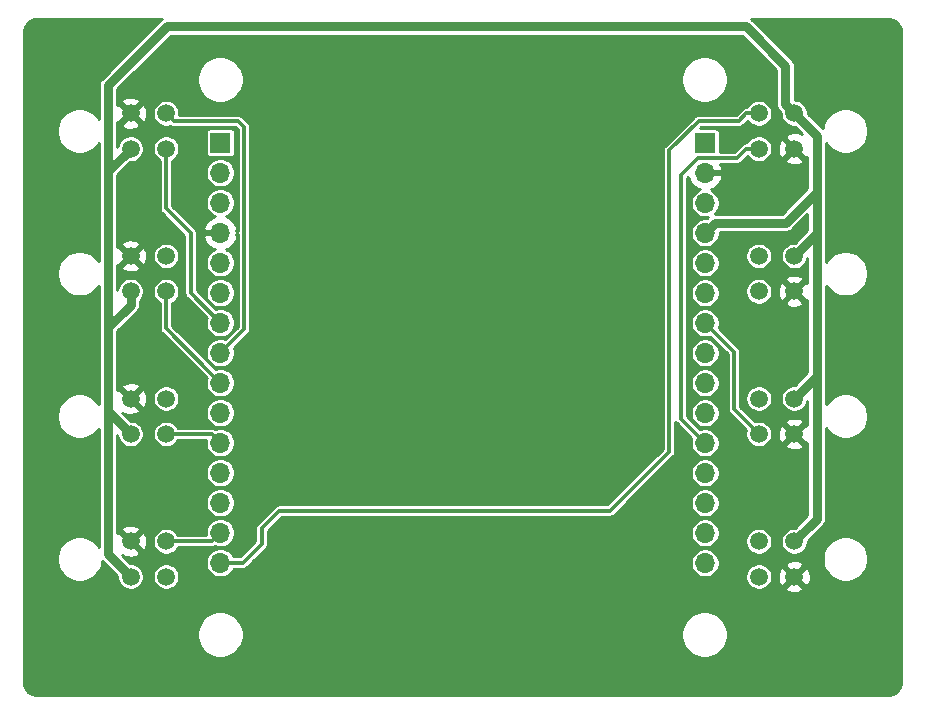
<source format=gtl>
%TF.GenerationSoftware,KiCad,Pcbnew,5.1.5+dfsg1-2build2*%
%TF.CreationDate,2021-01-07T13:01:17+01:00*%
%TF.ProjectId,LoadCellConnectionBoard,4c6f6164-4365-46c6-9c43-6f6e6e656374,rev?*%
%TF.SameCoordinates,Original*%
%TF.FileFunction,Copper,L1,Top*%
%TF.FilePolarity,Positive*%
%FSLAX46Y46*%
G04 Gerber Fmt 4.6, Leading zero omitted, Abs format (unit mm)*
G04 Created by KiCad (PCBNEW 5.1.5+dfsg1-2build2) date 2021-01-07 13:01:17*
%MOMM*%
%LPD*%
G04 APERTURE LIST*
%ADD10C,1.500000*%
%ADD11O,1.700000X1.700000*%
%ADD12R,1.700000X1.700000*%
%ADD13C,0.300000*%
%ADD14C,0.800000*%
%ADD15C,0.254000*%
G04 APERTURE END LIST*
D10*
X121909000Y-83360200D03*
X118909000Y-83360200D03*
X121909000Y-80360200D03*
X118909000Y-80360200D03*
X118909000Y-92437900D03*
X121909000Y-92437900D03*
X118909000Y-95437900D03*
X121909000Y-95437900D03*
X121909000Y-107515600D03*
X118909000Y-107515600D03*
X121909000Y-104515600D03*
X118909000Y-104515600D03*
X118909000Y-116593300D03*
X121909000Y-116593300D03*
X118909000Y-119593300D03*
X121909000Y-119593300D03*
X172100640Y-80360200D03*
X175100640Y-80360200D03*
X172100640Y-83360200D03*
X175100640Y-83360200D03*
X175100640Y-95437900D03*
X172100640Y-95437900D03*
X175100640Y-92437900D03*
X172100640Y-92437900D03*
X172100640Y-104515600D03*
X175100640Y-104515600D03*
X172100640Y-107515600D03*
X175100640Y-107515600D03*
X175100640Y-119593300D03*
X172100640Y-119593300D03*
X175100640Y-116593300D03*
X172100640Y-116593300D03*
D11*
X126509560Y-118415120D03*
X126509560Y-115875120D03*
X126509560Y-113335120D03*
X126509560Y-110795120D03*
X126509560Y-108255120D03*
X126509560Y-105715120D03*
X126509560Y-103175120D03*
X126509560Y-100635120D03*
X126509560Y-98095120D03*
X126509560Y-95555120D03*
X126509560Y-93015120D03*
X126509560Y-90475120D03*
X126509560Y-87935120D03*
X126509560Y-85395120D03*
D12*
X126509560Y-82855120D03*
X167550880Y-82870360D03*
D11*
X167550880Y-85410360D03*
X167550880Y-87950360D03*
X167550880Y-90490360D03*
X167550880Y-93030360D03*
X167550880Y-95570360D03*
X167550880Y-98110360D03*
X167550880Y-100650360D03*
X167550880Y-103190360D03*
X167550880Y-105730360D03*
X167550880Y-108270360D03*
X167550880Y-110810360D03*
X167550880Y-113350360D03*
X167550880Y-115890360D03*
X167550880Y-118430360D03*
D13*
X121909000Y-83360200D02*
X121909000Y-88409000D01*
X121909000Y-88409000D02*
X124000000Y-90500000D01*
X124000000Y-95585560D02*
X126509560Y-98095120D01*
X124000000Y-90500000D02*
X124000000Y-95585560D01*
D14*
X118159001Y-106765601D02*
X118909000Y-107515600D01*
X117504999Y-106111599D02*
X118159001Y-106765601D01*
X117000000Y-85269200D02*
X117000000Y-98500000D01*
X118909000Y-83360200D02*
X117000000Y-85269200D01*
X117000000Y-105606600D02*
X117504999Y-106111599D01*
X117000000Y-98500000D02*
X117000000Y-105606600D01*
X118909000Y-96591000D02*
X118909000Y-95437900D01*
X117000000Y-98500000D02*
X118909000Y-96591000D01*
X117000000Y-117684300D02*
X118909000Y-119593300D01*
X117000000Y-105606600D02*
X117000000Y-117684300D01*
X177000000Y-91529258D02*
X177000000Y-104500000D01*
X177000000Y-102616240D02*
X175100640Y-104515600D01*
X177000000Y-114693940D02*
X177000000Y-102616240D01*
X175100640Y-116593300D02*
X177000000Y-114693940D01*
X175100640Y-80360200D02*
X177000000Y-82259560D01*
X177000000Y-90000000D02*
X177000000Y-91529258D01*
X177000000Y-90538540D02*
X177000000Y-90000000D01*
X175100640Y-92437900D02*
X177000000Y-90538540D01*
X174359639Y-89640361D02*
X177000000Y-87000000D01*
X168400879Y-89640361D02*
X174359639Y-89640361D01*
X167550880Y-90490360D02*
X168400879Y-89640361D01*
X177000000Y-87000000D02*
X177000000Y-91529258D01*
X177000000Y-82259560D02*
X177000000Y-87000000D01*
X174350641Y-79610201D02*
X175100640Y-80360200D01*
X174350641Y-76350641D02*
X174350641Y-79610201D01*
X171000000Y-73000000D02*
X174350641Y-76350641D01*
X122000000Y-73000000D02*
X171000000Y-73000000D01*
X117000000Y-78000000D02*
X122000000Y-73000000D01*
X117000000Y-85269200D02*
X117000000Y-78000000D01*
D13*
X128500000Y-98644680D02*
X126509560Y-100635120D01*
X128500000Y-81500000D02*
X128500000Y-98644680D01*
X128000000Y-81000000D02*
X128500000Y-81500000D01*
X122548800Y-81000000D02*
X128000000Y-81000000D01*
X121909000Y-80360200D02*
X122548800Y-81000000D01*
X125659561Y-102325121D02*
X126509560Y-103175120D01*
X121909000Y-98574560D02*
X125659561Y-102325121D01*
X121909000Y-95437900D02*
X121909000Y-98574560D01*
X125770040Y-107515600D02*
X126509560Y-108255120D01*
X121909000Y-107515600D02*
X125770040Y-107515600D01*
X125791380Y-116593300D02*
X126509560Y-115875120D01*
X121909000Y-116593300D02*
X125791380Y-116593300D01*
X167000000Y-81000000D02*
X170400180Y-81000000D01*
X164500000Y-83500000D02*
X167000000Y-81000000D01*
X164500000Y-109000000D02*
X164500000Y-83500000D01*
X159500000Y-114000000D02*
X164500000Y-109000000D01*
X170400180Y-81000000D02*
X171039980Y-80360200D01*
X131500000Y-114000000D02*
X159500000Y-114000000D01*
X130000000Y-115500000D02*
X131500000Y-114000000D01*
X171039980Y-80360200D02*
X172100640Y-80360200D01*
X130000000Y-116830240D02*
X130000000Y-115500000D01*
X128415120Y-118415120D02*
X130000000Y-116830240D01*
X126509560Y-118415120D02*
X128415120Y-118415120D01*
X166948959Y-84156359D02*
X165500000Y-85605318D01*
X170243821Y-84156359D02*
X166948959Y-84156359D01*
X171039980Y-83360200D02*
X170243821Y-84156359D01*
X172100640Y-83360200D02*
X171039980Y-83360200D01*
X165500000Y-106219480D02*
X167550880Y-108270360D01*
X165500000Y-85605318D02*
X165500000Y-106219480D01*
X167550880Y-98110360D02*
X170000000Y-100559480D01*
X170000000Y-105414960D02*
X172100640Y-107515600D01*
X170000000Y-100559480D02*
X170000000Y-105414960D01*
D15*
G36*
X121564000Y-72347481D02*
G01*
X121483300Y-72413710D01*
X121445078Y-72445078D01*
X121420626Y-72474873D01*
X116474874Y-77420626D01*
X116445079Y-77445078D01*
X116420627Y-77474873D01*
X116420625Y-77474875D01*
X116347481Y-77564001D01*
X116274960Y-77699680D01*
X116230302Y-77846898D01*
X116215222Y-78000000D01*
X116219001Y-78038367D01*
X116219001Y-80823961D01*
X116088905Y-80629259D01*
X115819941Y-80360295D01*
X115503671Y-80148970D01*
X115152252Y-80003408D01*
X114779187Y-79929200D01*
X114398813Y-79929200D01*
X114025748Y-80003408D01*
X113674329Y-80148970D01*
X113358059Y-80360295D01*
X113089095Y-80629259D01*
X112877770Y-80945529D01*
X112732208Y-81296948D01*
X112658000Y-81670013D01*
X112658000Y-82050387D01*
X112732208Y-82423452D01*
X112877770Y-82774871D01*
X113089095Y-83091141D01*
X113358059Y-83360105D01*
X113674329Y-83571430D01*
X114025748Y-83716992D01*
X114398813Y-83791200D01*
X114779187Y-83791200D01*
X115152252Y-83716992D01*
X115503671Y-83571430D01*
X115819941Y-83360105D01*
X116088905Y-83091141D01*
X116219000Y-82896440D01*
X116219000Y-85230840D01*
X116215222Y-85269200D01*
X116219000Y-85307557D01*
X116219001Y-92901661D01*
X116088905Y-92706959D01*
X115819941Y-92437995D01*
X115503671Y-92226670D01*
X115152252Y-92081108D01*
X114779187Y-92006900D01*
X114398813Y-92006900D01*
X114025748Y-92081108D01*
X113674329Y-92226670D01*
X113358059Y-92437995D01*
X113089095Y-92706959D01*
X112877770Y-93023229D01*
X112732208Y-93374648D01*
X112658000Y-93747713D01*
X112658000Y-94128087D01*
X112732208Y-94501152D01*
X112877770Y-94852571D01*
X113089095Y-95168841D01*
X113358059Y-95437805D01*
X113674329Y-95649130D01*
X114025748Y-95794692D01*
X114398813Y-95868900D01*
X114779187Y-95868900D01*
X115152252Y-95794692D01*
X115503671Y-95649130D01*
X115819941Y-95437805D01*
X116088905Y-95168841D01*
X116219001Y-94974139D01*
X116219001Y-98461633D01*
X116215222Y-98500000D01*
X116219000Y-98538357D01*
X116219001Y-104979361D01*
X116088905Y-104784659D01*
X115819941Y-104515695D01*
X115503671Y-104304370D01*
X115152252Y-104158808D01*
X114779187Y-104084600D01*
X114398813Y-104084600D01*
X114025748Y-104158808D01*
X113674329Y-104304370D01*
X113358059Y-104515695D01*
X113089095Y-104784659D01*
X112877770Y-105100929D01*
X112732208Y-105452348D01*
X112658000Y-105825413D01*
X112658000Y-106205787D01*
X112732208Y-106578852D01*
X112877770Y-106930271D01*
X113089095Y-107246541D01*
X113358059Y-107515505D01*
X113674329Y-107726830D01*
X114025748Y-107872392D01*
X114398813Y-107946600D01*
X114779187Y-107946600D01*
X115152252Y-107872392D01*
X115503671Y-107726830D01*
X115819941Y-107515505D01*
X116088905Y-107246541D01*
X116219000Y-107051840D01*
X116219001Y-117057061D01*
X116088905Y-116862359D01*
X115819941Y-116593395D01*
X115503671Y-116382070D01*
X115152252Y-116236508D01*
X114779187Y-116162300D01*
X114398813Y-116162300D01*
X114025748Y-116236508D01*
X113674329Y-116382070D01*
X113358059Y-116593395D01*
X113089095Y-116862359D01*
X112877770Y-117178629D01*
X112732208Y-117530048D01*
X112658000Y-117903113D01*
X112658000Y-118283487D01*
X112732208Y-118656552D01*
X112877770Y-119007971D01*
X113089095Y-119324241D01*
X113358059Y-119593205D01*
X113674329Y-119804530D01*
X114025748Y-119950092D01*
X114398813Y-120024300D01*
X114779187Y-120024300D01*
X115152252Y-119950092D01*
X115503671Y-119804530D01*
X115819941Y-119593205D01*
X116088905Y-119324241D01*
X116300230Y-119007971D01*
X116445792Y-118656552D01*
X116515800Y-118304600D01*
X117778000Y-119566801D01*
X117778000Y-119704694D01*
X117821464Y-119923200D01*
X117906721Y-120129029D01*
X118030495Y-120314270D01*
X118188030Y-120471805D01*
X118373271Y-120595579D01*
X118579100Y-120680836D01*
X118797606Y-120724300D01*
X119020394Y-120724300D01*
X119238900Y-120680836D01*
X119444729Y-120595579D01*
X119629970Y-120471805D01*
X119787505Y-120314270D01*
X119911279Y-120129029D01*
X119996536Y-119923200D01*
X120040000Y-119704694D01*
X120040000Y-119481906D01*
X120778000Y-119481906D01*
X120778000Y-119704694D01*
X120821464Y-119923200D01*
X120906721Y-120129029D01*
X121030495Y-120314270D01*
X121188030Y-120471805D01*
X121373271Y-120595579D01*
X121579100Y-120680836D01*
X121797606Y-120724300D01*
X122020394Y-120724300D01*
X122238900Y-120680836D01*
X122444729Y-120595579D01*
X122629970Y-120471805D01*
X122787505Y-120314270D01*
X122911279Y-120129029D01*
X122996536Y-119923200D01*
X123040000Y-119704694D01*
X123040000Y-119481906D01*
X122996536Y-119263400D01*
X122911279Y-119057571D01*
X122787505Y-118872330D01*
X122629970Y-118714795D01*
X122444729Y-118591021D01*
X122238900Y-118505764D01*
X122020394Y-118462300D01*
X121797606Y-118462300D01*
X121579100Y-118505764D01*
X121373271Y-118591021D01*
X121188030Y-118714795D01*
X121030495Y-118872330D01*
X120906721Y-119057571D01*
X120821464Y-119263400D01*
X120778000Y-119481906D01*
X120040000Y-119481906D01*
X119996536Y-119263400D01*
X119911279Y-119057571D01*
X119787505Y-118872330D01*
X119629970Y-118714795D01*
X119444729Y-118591021D01*
X119238900Y-118505764D01*
X119020394Y-118462300D01*
X118882501Y-118462300D01*
X118220168Y-117799968D01*
X118444116Y-117905060D01*
X118708960Y-117970550D01*
X118981492Y-117983112D01*
X119251238Y-117942265D01*
X119507832Y-117849577D01*
X119620863Y-117789160D01*
X119686388Y-117550293D01*
X118909000Y-116772905D01*
X118894858Y-116787048D01*
X118715253Y-116607443D01*
X118729395Y-116593300D01*
X119088605Y-116593300D01*
X119865993Y-117370688D01*
X120104860Y-117305163D01*
X120220760Y-117058184D01*
X120286250Y-116793340D01*
X120298812Y-116520808D01*
X120292922Y-116481906D01*
X120778000Y-116481906D01*
X120778000Y-116704694D01*
X120821464Y-116923200D01*
X120906721Y-117129029D01*
X121030495Y-117314270D01*
X121188030Y-117471805D01*
X121373271Y-117595579D01*
X121579100Y-117680836D01*
X121797606Y-117724300D01*
X122020394Y-117724300D01*
X122238900Y-117680836D01*
X122444729Y-117595579D01*
X122629970Y-117471805D01*
X122787505Y-117314270D01*
X122911279Y-117129029D01*
X122913238Y-117124300D01*
X125765306Y-117124300D01*
X125791380Y-117126868D01*
X125817454Y-117124300D01*
X125817464Y-117124300D01*
X125895474Y-117116617D01*
X125995568Y-117086253D01*
X126087815Y-117036946D01*
X126091130Y-117034225D01*
X126150491Y-117058813D01*
X126388317Y-117106120D01*
X126630803Y-117106120D01*
X126868629Y-117058813D01*
X127092657Y-116966018D01*
X127294277Y-116831300D01*
X127465740Y-116659837D01*
X127600458Y-116458217D01*
X127693253Y-116234189D01*
X127740560Y-115996363D01*
X127740560Y-115753877D01*
X127693253Y-115516051D01*
X127600458Y-115292023D01*
X127465740Y-115090403D01*
X127294277Y-114918940D01*
X127092657Y-114784222D01*
X126868629Y-114691427D01*
X126630803Y-114644120D01*
X126388317Y-114644120D01*
X126150491Y-114691427D01*
X125926463Y-114784222D01*
X125724843Y-114918940D01*
X125553380Y-115090403D01*
X125418662Y-115292023D01*
X125325867Y-115516051D01*
X125278560Y-115753877D01*
X125278560Y-115996363D01*
X125291676Y-116062300D01*
X122913238Y-116062300D01*
X122911279Y-116057571D01*
X122787505Y-115872330D01*
X122629970Y-115714795D01*
X122444729Y-115591021D01*
X122238900Y-115505764D01*
X122020394Y-115462300D01*
X121797606Y-115462300D01*
X121579100Y-115505764D01*
X121373271Y-115591021D01*
X121188030Y-115714795D01*
X121030495Y-115872330D01*
X120906721Y-116057571D01*
X120821464Y-116263400D01*
X120778000Y-116481906D01*
X120292922Y-116481906D01*
X120257965Y-116251062D01*
X120165277Y-115994468D01*
X120104860Y-115881437D01*
X119865993Y-115815912D01*
X119088605Y-116593300D01*
X118729395Y-116593300D01*
X117952007Y-115815912D01*
X117781000Y-115862822D01*
X117781000Y-115636307D01*
X118131612Y-115636307D01*
X118909000Y-116413695D01*
X119686388Y-115636307D01*
X119620863Y-115397440D01*
X119373884Y-115281540D01*
X119109040Y-115216050D01*
X118836508Y-115203488D01*
X118566762Y-115244335D01*
X118310168Y-115337023D01*
X118197137Y-115397440D01*
X118131612Y-115636307D01*
X117781000Y-115636307D01*
X117781000Y-113213877D01*
X125278560Y-113213877D01*
X125278560Y-113456363D01*
X125325867Y-113694189D01*
X125418662Y-113918217D01*
X125553380Y-114119837D01*
X125724843Y-114291300D01*
X125926463Y-114426018D01*
X126150491Y-114518813D01*
X126388317Y-114566120D01*
X126630803Y-114566120D01*
X126868629Y-114518813D01*
X127092657Y-114426018D01*
X127294277Y-114291300D01*
X127465740Y-114119837D01*
X127600458Y-113918217D01*
X127693253Y-113694189D01*
X127740560Y-113456363D01*
X127740560Y-113213877D01*
X127693253Y-112976051D01*
X127600458Y-112752023D01*
X127465740Y-112550403D01*
X127294277Y-112378940D01*
X127092657Y-112244222D01*
X126868629Y-112151427D01*
X126630803Y-112104120D01*
X126388317Y-112104120D01*
X126150491Y-112151427D01*
X125926463Y-112244222D01*
X125724843Y-112378940D01*
X125553380Y-112550403D01*
X125418662Y-112752023D01*
X125325867Y-112976051D01*
X125278560Y-113213877D01*
X117781000Y-113213877D01*
X117781000Y-110673877D01*
X125278560Y-110673877D01*
X125278560Y-110916363D01*
X125325867Y-111154189D01*
X125418662Y-111378217D01*
X125553380Y-111579837D01*
X125724843Y-111751300D01*
X125926463Y-111886018D01*
X126150491Y-111978813D01*
X126388317Y-112026120D01*
X126630803Y-112026120D01*
X126868629Y-111978813D01*
X127092657Y-111886018D01*
X127294277Y-111751300D01*
X127465740Y-111579837D01*
X127600458Y-111378217D01*
X127693253Y-111154189D01*
X127740560Y-110916363D01*
X127740560Y-110673877D01*
X127693253Y-110436051D01*
X127600458Y-110212023D01*
X127465740Y-110010403D01*
X127294277Y-109838940D01*
X127092657Y-109704222D01*
X126868629Y-109611427D01*
X126630803Y-109564120D01*
X126388317Y-109564120D01*
X126150491Y-109611427D01*
X125926463Y-109704222D01*
X125724843Y-109838940D01*
X125553380Y-110010403D01*
X125418662Y-110212023D01*
X125325867Y-110436051D01*
X125278560Y-110673877D01*
X117781000Y-110673877D01*
X117781000Y-107642076D01*
X117821464Y-107845500D01*
X117906721Y-108051329D01*
X118030495Y-108236570D01*
X118188030Y-108394105D01*
X118373271Y-108517879D01*
X118579100Y-108603136D01*
X118797606Y-108646600D01*
X119020394Y-108646600D01*
X119238900Y-108603136D01*
X119444729Y-108517879D01*
X119629970Y-108394105D01*
X119787505Y-108236570D01*
X119911279Y-108051329D01*
X119996536Y-107845500D01*
X120040000Y-107626994D01*
X120040000Y-107404206D01*
X120778000Y-107404206D01*
X120778000Y-107626994D01*
X120821464Y-107845500D01*
X120906721Y-108051329D01*
X121030495Y-108236570D01*
X121188030Y-108394105D01*
X121373271Y-108517879D01*
X121579100Y-108603136D01*
X121797606Y-108646600D01*
X122020394Y-108646600D01*
X122238900Y-108603136D01*
X122444729Y-108517879D01*
X122629970Y-108394105D01*
X122787505Y-108236570D01*
X122911279Y-108051329D01*
X122913238Y-108046600D01*
X125295921Y-108046600D01*
X125278560Y-108133877D01*
X125278560Y-108376363D01*
X125325867Y-108614189D01*
X125418662Y-108838217D01*
X125553380Y-109039837D01*
X125724843Y-109211300D01*
X125926463Y-109346018D01*
X126150491Y-109438813D01*
X126388317Y-109486120D01*
X126630803Y-109486120D01*
X126868629Y-109438813D01*
X127092657Y-109346018D01*
X127294277Y-109211300D01*
X127465740Y-109039837D01*
X127600458Y-108838217D01*
X127693253Y-108614189D01*
X127740560Y-108376363D01*
X127740560Y-108133877D01*
X127693253Y-107896051D01*
X127600458Y-107672023D01*
X127465740Y-107470403D01*
X127294277Y-107298940D01*
X127092657Y-107164222D01*
X126868629Y-107071427D01*
X126630803Y-107024120D01*
X126388317Y-107024120D01*
X126150491Y-107071427D01*
X126094229Y-107094731D01*
X126066475Y-107071954D01*
X125974228Y-107022647D01*
X125874134Y-106992283D01*
X125796124Y-106984600D01*
X125796114Y-106984600D01*
X125770040Y-106982032D01*
X125743966Y-106984600D01*
X122913238Y-106984600D01*
X122911279Y-106979871D01*
X122787505Y-106794630D01*
X122629970Y-106637095D01*
X122444729Y-106513321D01*
X122238900Y-106428064D01*
X122020394Y-106384600D01*
X121797606Y-106384600D01*
X121579100Y-106428064D01*
X121373271Y-106513321D01*
X121188030Y-106637095D01*
X121030495Y-106794630D01*
X120906721Y-106979871D01*
X120821464Y-107185700D01*
X120778000Y-107404206D01*
X120040000Y-107404206D01*
X119996536Y-107185700D01*
X119911279Y-106979871D01*
X119787505Y-106794630D01*
X119629970Y-106637095D01*
X119444729Y-106513321D01*
X119238900Y-106428064D01*
X119020394Y-106384600D01*
X118882500Y-106384600D01*
X118738379Y-106240479D01*
X118738375Y-106240474D01*
X118220168Y-105722268D01*
X118444116Y-105827360D01*
X118708960Y-105892850D01*
X118981492Y-105905412D01*
X119251238Y-105864565D01*
X119507832Y-105771877D01*
X119620863Y-105711460D01*
X119686388Y-105472593D01*
X118909000Y-104695205D01*
X118894858Y-104709348D01*
X118715253Y-104529743D01*
X118729395Y-104515600D01*
X119088605Y-104515600D01*
X119865993Y-105292988D01*
X120104860Y-105227463D01*
X120220760Y-104980484D01*
X120286250Y-104715640D01*
X120298812Y-104443108D01*
X120292922Y-104404206D01*
X120778000Y-104404206D01*
X120778000Y-104626994D01*
X120821464Y-104845500D01*
X120906721Y-105051329D01*
X121030495Y-105236570D01*
X121188030Y-105394105D01*
X121373271Y-105517879D01*
X121579100Y-105603136D01*
X121797606Y-105646600D01*
X122020394Y-105646600D01*
X122238900Y-105603136D01*
X122261253Y-105593877D01*
X125278560Y-105593877D01*
X125278560Y-105836363D01*
X125325867Y-106074189D01*
X125418662Y-106298217D01*
X125553380Y-106499837D01*
X125724843Y-106671300D01*
X125926463Y-106806018D01*
X126150491Y-106898813D01*
X126388317Y-106946120D01*
X126630803Y-106946120D01*
X126868629Y-106898813D01*
X127092657Y-106806018D01*
X127294277Y-106671300D01*
X127465740Y-106499837D01*
X127600458Y-106298217D01*
X127693253Y-106074189D01*
X127740560Y-105836363D01*
X127740560Y-105593877D01*
X127693253Y-105356051D01*
X127600458Y-105132023D01*
X127465740Y-104930403D01*
X127294277Y-104758940D01*
X127092657Y-104624222D01*
X126868629Y-104531427D01*
X126630803Y-104484120D01*
X126388317Y-104484120D01*
X126150491Y-104531427D01*
X125926463Y-104624222D01*
X125724843Y-104758940D01*
X125553380Y-104930403D01*
X125418662Y-105132023D01*
X125325867Y-105356051D01*
X125278560Y-105593877D01*
X122261253Y-105593877D01*
X122444729Y-105517879D01*
X122629970Y-105394105D01*
X122787505Y-105236570D01*
X122911279Y-105051329D01*
X122996536Y-104845500D01*
X123040000Y-104626994D01*
X123040000Y-104404206D01*
X122996536Y-104185700D01*
X122911279Y-103979871D01*
X122787505Y-103794630D01*
X122629970Y-103637095D01*
X122444729Y-103513321D01*
X122238900Y-103428064D01*
X122020394Y-103384600D01*
X121797606Y-103384600D01*
X121579100Y-103428064D01*
X121373271Y-103513321D01*
X121188030Y-103637095D01*
X121030495Y-103794630D01*
X120906721Y-103979871D01*
X120821464Y-104185700D01*
X120778000Y-104404206D01*
X120292922Y-104404206D01*
X120257965Y-104173362D01*
X120165277Y-103916768D01*
X120104860Y-103803737D01*
X119865993Y-103738212D01*
X119088605Y-104515600D01*
X118729395Y-104515600D01*
X117952007Y-103738212D01*
X117781000Y-103785122D01*
X117781000Y-103558607D01*
X118131612Y-103558607D01*
X118909000Y-104335995D01*
X119686388Y-103558607D01*
X119620863Y-103319740D01*
X119373884Y-103203840D01*
X119109040Y-103138350D01*
X118836508Y-103125788D01*
X118566762Y-103166635D01*
X118310168Y-103259323D01*
X118197137Y-103319740D01*
X118131612Y-103558607D01*
X117781000Y-103558607D01*
X117781000Y-98823500D01*
X119434128Y-97170373D01*
X119463922Y-97145922D01*
X119561519Y-97026999D01*
X119634040Y-96891322D01*
X119678699Y-96744103D01*
X119690000Y-96629360D01*
X119690000Y-96629357D01*
X119693778Y-96591000D01*
X119690000Y-96552643D01*
X119690000Y-96256375D01*
X119787505Y-96158870D01*
X119911279Y-95973629D01*
X119996536Y-95767800D01*
X120040000Y-95549294D01*
X120040000Y-95326506D01*
X120778000Y-95326506D01*
X120778000Y-95549294D01*
X120821464Y-95767800D01*
X120906721Y-95973629D01*
X121030495Y-96158870D01*
X121188030Y-96316405D01*
X121373271Y-96440179D01*
X121378000Y-96442138D01*
X121378001Y-98548476D01*
X121375432Y-98574560D01*
X121378001Y-98600644D01*
X121383168Y-98653102D01*
X121385684Y-98678653D01*
X121416047Y-98778747D01*
X121465354Y-98870995D01*
X121515083Y-98931589D01*
X121531711Y-98951850D01*
X121551971Y-98968477D01*
X125302531Y-102719038D01*
X125302536Y-102719042D01*
X125347447Y-102763953D01*
X125325867Y-102816051D01*
X125278560Y-103053877D01*
X125278560Y-103296363D01*
X125325867Y-103534189D01*
X125418662Y-103758217D01*
X125553380Y-103959837D01*
X125724843Y-104131300D01*
X125926463Y-104266018D01*
X126150491Y-104358813D01*
X126388317Y-104406120D01*
X126630803Y-104406120D01*
X126868629Y-104358813D01*
X127092657Y-104266018D01*
X127294277Y-104131300D01*
X127465740Y-103959837D01*
X127600458Y-103758217D01*
X127693253Y-103534189D01*
X127740560Y-103296363D01*
X127740560Y-103053877D01*
X127693253Y-102816051D01*
X127600458Y-102592023D01*
X127465740Y-102390403D01*
X127294277Y-102218940D01*
X127092657Y-102084222D01*
X126868629Y-101991427D01*
X126630803Y-101944120D01*
X126388317Y-101944120D01*
X126150491Y-101991427D01*
X126098393Y-102013007D01*
X126053482Y-101968096D01*
X126053478Y-101968091D01*
X122440000Y-98354614D01*
X122440000Y-96442138D01*
X122444729Y-96440179D01*
X122629970Y-96316405D01*
X122787505Y-96158870D01*
X122911279Y-95973629D01*
X122996536Y-95767800D01*
X123040000Y-95549294D01*
X123040000Y-95326506D01*
X122996536Y-95108000D01*
X122911279Y-94902171D01*
X122787505Y-94716930D01*
X122629970Y-94559395D01*
X122444729Y-94435621D01*
X122238900Y-94350364D01*
X122020394Y-94306900D01*
X121797606Y-94306900D01*
X121579100Y-94350364D01*
X121373271Y-94435621D01*
X121188030Y-94559395D01*
X121030495Y-94716930D01*
X120906721Y-94902171D01*
X120821464Y-95108000D01*
X120778000Y-95326506D01*
X120040000Y-95326506D01*
X119996536Y-95108000D01*
X119911279Y-94902171D01*
X119787505Y-94716930D01*
X119629970Y-94559395D01*
X119444729Y-94435621D01*
X119238900Y-94350364D01*
X119020394Y-94306900D01*
X118797606Y-94306900D01*
X118579100Y-94350364D01*
X118373271Y-94435621D01*
X118188030Y-94559395D01*
X118030495Y-94716930D01*
X117906721Y-94902171D01*
X117821464Y-95108000D01*
X117781000Y-95311424D01*
X117781000Y-93394893D01*
X118131612Y-93394893D01*
X118197137Y-93633760D01*
X118444116Y-93749660D01*
X118708960Y-93815150D01*
X118981492Y-93827712D01*
X119251238Y-93786865D01*
X119507832Y-93694177D01*
X119620863Y-93633760D01*
X119686388Y-93394893D01*
X118909000Y-92617505D01*
X118131612Y-93394893D01*
X117781000Y-93394893D01*
X117781000Y-93168378D01*
X117952007Y-93215288D01*
X118729395Y-92437900D01*
X119088605Y-92437900D01*
X119865993Y-93215288D01*
X120104860Y-93149763D01*
X120220760Y-92902784D01*
X120286250Y-92637940D01*
X120298812Y-92365408D01*
X120292922Y-92326506D01*
X120778000Y-92326506D01*
X120778000Y-92549294D01*
X120821464Y-92767800D01*
X120906721Y-92973629D01*
X121030495Y-93158870D01*
X121188030Y-93316405D01*
X121373271Y-93440179D01*
X121579100Y-93525436D01*
X121797606Y-93568900D01*
X122020394Y-93568900D01*
X122238900Y-93525436D01*
X122444729Y-93440179D01*
X122629970Y-93316405D01*
X122787505Y-93158870D01*
X122911279Y-92973629D01*
X122996536Y-92767800D01*
X123040000Y-92549294D01*
X123040000Y-92326506D01*
X122996536Y-92108000D01*
X122911279Y-91902171D01*
X122787505Y-91716930D01*
X122629970Y-91559395D01*
X122444729Y-91435621D01*
X122238900Y-91350364D01*
X122020394Y-91306900D01*
X121797606Y-91306900D01*
X121579100Y-91350364D01*
X121373271Y-91435621D01*
X121188030Y-91559395D01*
X121030495Y-91716930D01*
X120906721Y-91902171D01*
X120821464Y-92108000D01*
X120778000Y-92326506D01*
X120292922Y-92326506D01*
X120257965Y-92095662D01*
X120165277Y-91839068D01*
X120104860Y-91726037D01*
X119865993Y-91660512D01*
X119088605Y-92437900D01*
X118729395Y-92437900D01*
X117952007Y-91660512D01*
X117781000Y-91707422D01*
X117781000Y-91480907D01*
X118131612Y-91480907D01*
X118909000Y-92258295D01*
X119686388Y-91480907D01*
X119620863Y-91242040D01*
X119373884Y-91126140D01*
X119109040Y-91060650D01*
X118836508Y-91048088D01*
X118566762Y-91088935D01*
X118310168Y-91181623D01*
X118197137Y-91242040D01*
X118131612Y-91480907D01*
X117781000Y-91480907D01*
X117781000Y-85592700D01*
X118882501Y-84491200D01*
X119020394Y-84491200D01*
X119238900Y-84447736D01*
X119444729Y-84362479D01*
X119629970Y-84238705D01*
X119787505Y-84081170D01*
X119911279Y-83895929D01*
X119996536Y-83690100D01*
X120040000Y-83471594D01*
X120040000Y-83248806D01*
X120778000Y-83248806D01*
X120778000Y-83471594D01*
X120821464Y-83690100D01*
X120906721Y-83895929D01*
X121030495Y-84081170D01*
X121188030Y-84238705D01*
X121373271Y-84362479D01*
X121378000Y-84364438D01*
X121378001Y-88382916D01*
X121375432Y-88409000D01*
X121385684Y-88513093D01*
X121416047Y-88613187D01*
X121465354Y-88705435D01*
X121515083Y-88766029D01*
X121531711Y-88786290D01*
X121551971Y-88802917D01*
X123469000Y-90719948D01*
X123469001Y-95559476D01*
X123466432Y-95585560D01*
X123469001Y-95611644D01*
X123476684Y-95689654D01*
X123485895Y-95720017D01*
X123507047Y-95789747D01*
X123556354Y-95881995D01*
X123595283Y-95929429D01*
X123622711Y-95962850D01*
X123642971Y-95979477D01*
X125347446Y-97683954D01*
X125325867Y-97736051D01*
X125278560Y-97973877D01*
X125278560Y-98216363D01*
X125325867Y-98454189D01*
X125418662Y-98678217D01*
X125553380Y-98879837D01*
X125724843Y-99051300D01*
X125926463Y-99186018D01*
X126150491Y-99278813D01*
X126388317Y-99326120D01*
X126630803Y-99326120D01*
X126868629Y-99278813D01*
X127092657Y-99186018D01*
X127294277Y-99051300D01*
X127465740Y-98879837D01*
X127600458Y-98678217D01*
X127693253Y-98454189D01*
X127740560Y-98216363D01*
X127740560Y-97973877D01*
X127693253Y-97736051D01*
X127600458Y-97512023D01*
X127465740Y-97310403D01*
X127294277Y-97138940D01*
X127092657Y-97004222D01*
X126868629Y-96911427D01*
X126630803Y-96864120D01*
X126388317Y-96864120D01*
X126150491Y-96911427D01*
X126098394Y-96933006D01*
X124599264Y-95433877D01*
X125278560Y-95433877D01*
X125278560Y-95676363D01*
X125325867Y-95914189D01*
X125418662Y-96138217D01*
X125553380Y-96339837D01*
X125724843Y-96511300D01*
X125926463Y-96646018D01*
X126150491Y-96738813D01*
X126388317Y-96786120D01*
X126630803Y-96786120D01*
X126868629Y-96738813D01*
X127092657Y-96646018D01*
X127294277Y-96511300D01*
X127465740Y-96339837D01*
X127600458Y-96138217D01*
X127693253Y-95914189D01*
X127740560Y-95676363D01*
X127740560Y-95433877D01*
X127693253Y-95196051D01*
X127600458Y-94972023D01*
X127465740Y-94770403D01*
X127294277Y-94598940D01*
X127092657Y-94464222D01*
X126868629Y-94371427D01*
X126630803Y-94324120D01*
X126388317Y-94324120D01*
X126150491Y-94371427D01*
X125926463Y-94464222D01*
X125724843Y-94598940D01*
X125553380Y-94770403D01*
X125418662Y-94972023D01*
X125325867Y-95196051D01*
X125278560Y-95433877D01*
X124599264Y-95433877D01*
X124531000Y-95365614D01*
X124531000Y-90526074D01*
X124533568Y-90500000D01*
X124531000Y-90473926D01*
X124531000Y-90473916D01*
X124523317Y-90395906D01*
X124492953Y-90295812D01*
X124452290Y-90219736D01*
X124443646Y-90203564D01*
X124393918Y-90142970D01*
X124393912Y-90142964D01*
X124377290Y-90122710D01*
X124357036Y-90106088D01*
X122440000Y-88189054D01*
X122440000Y-85273877D01*
X125278560Y-85273877D01*
X125278560Y-85516363D01*
X125325867Y-85754189D01*
X125418662Y-85978217D01*
X125553380Y-86179837D01*
X125724843Y-86351300D01*
X125926463Y-86486018D01*
X126150491Y-86578813D01*
X126388317Y-86626120D01*
X126630803Y-86626120D01*
X126868629Y-86578813D01*
X127092657Y-86486018D01*
X127294277Y-86351300D01*
X127465740Y-86179837D01*
X127600458Y-85978217D01*
X127693253Y-85754189D01*
X127740560Y-85516363D01*
X127740560Y-85273877D01*
X127693253Y-85036051D01*
X127600458Y-84812023D01*
X127465740Y-84610403D01*
X127294277Y-84438940D01*
X127092657Y-84304222D01*
X126868629Y-84211427D01*
X126630803Y-84164120D01*
X126388317Y-84164120D01*
X126150491Y-84211427D01*
X125926463Y-84304222D01*
X125724843Y-84438940D01*
X125553380Y-84610403D01*
X125418662Y-84812023D01*
X125325867Y-85036051D01*
X125278560Y-85273877D01*
X122440000Y-85273877D01*
X122440000Y-84364438D01*
X122444729Y-84362479D01*
X122629970Y-84238705D01*
X122787505Y-84081170D01*
X122911279Y-83895929D01*
X122996536Y-83690100D01*
X123040000Y-83471594D01*
X123040000Y-83248806D01*
X122996536Y-83030300D01*
X122911279Y-82824471D01*
X122787505Y-82639230D01*
X122629970Y-82481695D01*
X122444729Y-82357921D01*
X122238900Y-82272664D01*
X122020394Y-82229200D01*
X121797606Y-82229200D01*
X121579100Y-82272664D01*
X121373271Y-82357921D01*
X121188030Y-82481695D01*
X121030495Y-82639230D01*
X120906721Y-82824471D01*
X120821464Y-83030300D01*
X120778000Y-83248806D01*
X120040000Y-83248806D01*
X119996536Y-83030300D01*
X119911279Y-82824471D01*
X119787505Y-82639230D01*
X119629970Y-82481695D01*
X119444729Y-82357921D01*
X119238900Y-82272664D01*
X119020394Y-82229200D01*
X118797606Y-82229200D01*
X118579100Y-82272664D01*
X118373271Y-82357921D01*
X118188030Y-82481695D01*
X118030495Y-82639230D01*
X117906721Y-82824471D01*
X117821464Y-83030300D01*
X117781000Y-83233724D01*
X117781000Y-82005120D01*
X125276717Y-82005120D01*
X125276717Y-83705120D01*
X125284073Y-83779809D01*
X125305859Y-83851628D01*
X125341238Y-83917816D01*
X125388849Y-83975831D01*
X125446864Y-84023442D01*
X125513052Y-84058821D01*
X125584871Y-84080607D01*
X125659560Y-84087963D01*
X127359560Y-84087963D01*
X127434249Y-84080607D01*
X127506068Y-84058821D01*
X127572256Y-84023442D01*
X127630271Y-83975831D01*
X127677882Y-83917816D01*
X127713261Y-83851628D01*
X127735047Y-83779809D01*
X127742403Y-83705120D01*
X127742403Y-82005120D01*
X127735047Y-81930431D01*
X127713261Y-81858612D01*
X127677882Y-81792424D01*
X127630271Y-81734409D01*
X127572256Y-81686798D01*
X127506068Y-81651419D01*
X127434249Y-81629633D01*
X127359560Y-81622277D01*
X125659560Y-81622277D01*
X125584871Y-81629633D01*
X125513052Y-81651419D01*
X125446864Y-81686798D01*
X125388849Y-81734409D01*
X125341238Y-81792424D01*
X125305859Y-81858612D01*
X125284073Y-81930431D01*
X125276717Y-82005120D01*
X117781000Y-82005120D01*
X117781000Y-81317193D01*
X118131612Y-81317193D01*
X118197137Y-81556060D01*
X118444116Y-81671960D01*
X118708960Y-81737450D01*
X118981492Y-81750012D01*
X119251238Y-81709165D01*
X119507832Y-81616477D01*
X119620863Y-81556060D01*
X119686388Y-81317193D01*
X118909000Y-80539805D01*
X118131612Y-81317193D01*
X117781000Y-81317193D01*
X117781000Y-81090678D01*
X117952007Y-81137588D01*
X118729395Y-80360200D01*
X119088605Y-80360200D01*
X119865993Y-81137588D01*
X120104860Y-81072063D01*
X120220760Y-80825084D01*
X120286250Y-80560240D01*
X120298812Y-80287708D01*
X120292922Y-80248806D01*
X120778000Y-80248806D01*
X120778000Y-80471594D01*
X120821464Y-80690100D01*
X120906721Y-80895929D01*
X121030495Y-81081170D01*
X121188030Y-81238705D01*
X121373271Y-81362479D01*
X121579100Y-81447736D01*
X121797606Y-81491200D01*
X122020394Y-81491200D01*
X122238900Y-81447736D01*
X122251160Y-81442658D01*
X122252364Y-81443646D01*
X122308996Y-81473916D01*
X122344612Y-81492953D01*
X122444706Y-81523317D01*
X122522716Y-81531000D01*
X122522726Y-81531000D01*
X122548800Y-81533568D01*
X122574874Y-81531000D01*
X127780053Y-81531000D01*
X127969000Y-81719947D01*
X127969001Y-90348118D01*
X127829716Y-90348118D01*
X127951036Y-90118230D01*
X127906385Y-89971021D01*
X127781201Y-89708200D01*
X127607148Y-89474851D01*
X127390915Y-89279942D01*
X127140812Y-89130963D01*
X126978392Y-89073348D01*
X127092657Y-89026018D01*
X127294277Y-88891300D01*
X127465740Y-88719837D01*
X127600458Y-88518217D01*
X127693253Y-88294189D01*
X127740560Y-88056363D01*
X127740560Y-87813877D01*
X127693253Y-87576051D01*
X127600458Y-87352023D01*
X127465740Y-87150403D01*
X127294277Y-86978940D01*
X127092657Y-86844222D01*
X126868629Y-86751427D01*
X126630803Y-86704120D01*
X126388317Y-86704120D01*
X126150491Y-86751427D01*
X125926463Y-86844222D01*
X125724843Y-86978940D01*
X125553380Y-87150403D01*
X125418662Y-87352023D01*
X125325867Y-87576051D01*
X125278560Y-87813877D01*
X125278560Y-88056363D01*
X125325867Y-88294189D01*
X125418662Y-88518217D01*
X125553380Y-88719837D01*
X125724843Y-88891300D01*
X125926463Y-89026018D01*
X126040728Y-89073348D01*
X125878308Y-89130963D01*
X125628205Y-89279942D01*
X125411972Y-89474851D01*
X125237919Y-89708200D01*
X125112735Y-89971021D01*
X125068084Y-90118230D01*
X125189405Y-90348120D01*
X126382560Y-90348120D01*
X126382560Y-90328120D01*
X126636560Y-90328120D01*
X126636560Y-90348120D01*
X126656560Y-90348120D01*
X126656560Y-90602120D01*
X126636560Y-90602120D01*
X126636560Y-90622120D01*
X126382560Y-90622120D01*
X126382560Y-90602120D01*
X125189405Y-90602120D01*
X125068084Y-90832010D01*
X125112735Y-90979219D01*
X125237919Y-91242040D01*
X125411972Y-91475389D01*
X125628205Y-91670298D01*
X125878308Y-91819277D01*
X126040728Y-91876892D01*
X125926463Y-91924222D01*
X125724843Y-92058940D01*
X125553380Y-92230403D01*
X125418662Y-92432023D01*
X125325867Y-92656051D01*
X125278560Y-92893877D01*
X125278560Y-93136363D01*
X125325867Y-93374189D01*
X125418662Y-93598217D01*
X125553380Y-93799837D01*
X125724843Y-93971300D01*
X125926463Y-94106018D01*
X126150491Y-94198813D01*
X126388317Y-94246120D01*
X126630803Y-94246120D01*
X126868629Y-94198813D01*
X127092657Y-94106018D01*
X127294277Y-93971300D01*
X127465740Y-93799837D01*
X127600458Y-93598217D01*
X127693253Y-93374189D01*
X127740560Y-93136363D01*
X127740560Y-92893877D01*
X127693253Y-92656051D01*
X127600458Y-92432023D01*
X127465740Y-92230403D01*
X127294277Y-92058940D01*
X127092657Y-91924222D01*
X126978392Y-91876892D01*
X127140812Y-91819277D01*
X127390915Y-91670298D01*
X127607148Y-91475389D01*
X127781201Y-91242040D01*
X127906385Y-90979219D01*
X127951036Y-90832010D01*
X127829716Y-90602122D01*
X127969001Y-90602122D01*
X127969001Y-98424732D01*
X126920727Y-99473007D01*
X126868629Y-99451427D01*
X126630803Y-99404120D01*
X126388317Y-99404120D01*
X126150491Y-99451427D01*
X125926463Y-99544222D01*
X125724843Y-99678940D01*
X125553380Y-99850403D01*
X125418662Y-100052023D01*
X125325867Y-100276051D01*
X125278560Y-100513877D01*
X125278560Y-100756363D01*
X125325867Y-100994189D01*
X125418662Y-101218217D01*
X125553380Y-101419837D01*
X125724843Y-101591300D01*
X125926463Y-101726018D01*
X126150491Y-101818813D01*
X126388317Y-101866120D01*
X126630803Y-101866120D01*
X126868629Y-101818813D01*
X127092657Y-101726018D01*
X127294277Y-101591300D01*
X127465740Y-101419837D01*
X127600458Y-101218217D01*
X127693253Y-100994189D01*
X127740560Y-100756363D01*
X127740560Y-100513877D01*
X127693253Y-100276051D01*
X127671673Y-100223953D01*
X128857030Y-99038597D01*
X128877290Y-99021970D01*
X128893917Y-99001710D01*
X128943646Y-98941116D01*
X128968254Y-98895077D01*
X128992953Y-98848868D01*
X129023317Y-98748774D01*
X129031000Y-98670764D01*
X129031000Y-98670755D01*
X129033568Y-98644681D01*
X129031000Y-98618607D01*
X129031000Y-81526074D01*
X129033568Y-81500000D01*
X129031000Y-81473926D01*
X129031000Y-81473916D01*
X129023317Y-81395906D01*
X128992953Y-81295812D01*
X128962429Y-81238705D01*
X128943646Y-81203564D01*
X128893918Y-81142970D01*
X128893912Y-81142964D01*
X128877290Y-81122710D01*
X128857035Y-81106087D01*
X128393921Y-80642975D01*
X128377290Y-80622710D01*
X128296435Y-80556354D01*
X128204188Y-80507047D01*
X128104094Y-80476683D01*
X128026084Y-80469000D01*
X128026074Y-80469000D01*
X128000000Y-80466432D01*
X127973926Y-80469000D01*
X123040000Y-80469000D01*
X123040000Y-80248806D01*
X122996536Y-80030300D01*
X122911279Y-79824471D01*
X122787505Y-79639230D01*
X122629970Y-79481695D01*
X122444729Y-79357921D01*
X122238900Y-79272664D01*
X122020394Y-79229200D01*
X121797606Y-79229200D01*
X121579100Y-79272664D01*
X121373271Y-79357921D01*
X121188030Y-79481695D01*
X121030495Y-79639230D01*
X120906721Y-79824471D01*
X120821464Y-80030300D01*
X120778000Y-80248806D01*
X120292922Y-80248806D01*
X120257965Y-80017962D01*
X120165277Y-79761368D01*
X120104860Y-79648337D01*
X119865993Y-79582812D01*
X119088605Y-80360200D01*
X118729395Y-80360200D01*
X117952007Y-79582812D01*
X117781000Y-79629722D01*
X117781000Y-79403207D01*
X118131612Y-79403207D01*
X118909000Y-80180595D01*
X119686388Y-79403207D01*
X119620863Y-79164340D01*
X119373884Y-79048440D01*
X119109040Y-78982950D01*
X118836508Y-78970388D01*
X118566762Y-79011235D01*
X118310168Y-79103923D01*
X118197137Y-79164340D01*
X118131612Y-79403207D01*
X117781000Y-79403207D01*
X117781000Y-78323500D01*
X118799611Y-77304889D01*
X124519000Y-77304889D01*
X124519000Y-77695111D01*
X124595129Y-78077836D01*
X124744461Y-78438355D01*
X124961257Y-78762814D01*
X125237186Y-79038743D01*
X125561645Y-79255539D01*
X125922164Y-79404871D01*
X126304889Y-79481000D01*
X126695111Y-79481000D01*
X127077836Y-79404871D01*
X127438355Y-79255539D01*
X127762814Y-79038743D01*
X128038743Y-78762814D01*
X128255539Y-78438355D01*
X128404871Y-78077836D01*
X128481000Y-77695111D01*
X128481000Y-77304889D01*
X165519000Y-77304889D01*
X165519000Y-77695111D01*
X165595129Y-78077836D01*
X165744461Y-78438355D01*
X165961257Y-78762814D01*
X166237186Y-79038743D01*
X166561645Y-79255539D01*
X166922164Y-79404871D01*
X167304889Y-79481000D01*
X167695111Y-79481000D01*
X168077836Y-79404871D01*
X168438355Y-79255539D01*
X168762814Y-79038743D01*
X169038743Y-78762814D01*
X169255539Y-78438355D01*
X169404871Y-78077836D01*
X169481000Y-77695111D01*
X169481000Y-77304889D01*
X169404871Y-76922164D01*
X169255539Y-76561645D01*
X169038743Y-76237186D01*
X168762814Y-75961257D01*
X168438355Y-75744461D01*
X168077836Y-75595129D01*
X167695111Y-75519000D01*
X167304889Y-75519000D01*
X166922164Y-75595129D01*
X166561645Y-75744461D01*
X166237186Y-75961257D01*
X165961257Y-76237186D01*
X165744461Y-76561645D01*
X165595129Y-76922164D01*
X165519000Y-77304889D01*
X128481000Y-77304889D01*
X128404871Y-76922164D01*
X128255539Y-76561645D01*
X128038743Y-76237186D01*
X127762814Y-75961257D01*
X127438355Y-75744461D01*
X127077836Y-75595129D01*
X126695111Y-75519000D01*
X126304889Y-75519000D01*
X125922164Y-75595129D01*
X125561645Y-75744461D01*
X125237186Y-75961257D01*
X124961257Y-76237186D01*
X124744461Y-76561645D01*
X124595129Y-76922164D01*
X124519000Y-77304889D01*
X118799611Y-77304889D01*
X122323501Y-73781000D01*
X170676500Y-73781000D01*
X173569641Y-76674142D01*
X173569642Y-79571834D01*
X173565863Y-79610201D01*
X173580943Y-79763303D01*
X173625601Y-79910521D01*
X173698122Y-80046200D01*
X173771266Y-80135326D01*
X173795720Y-80165123D01*
X173825515Y-80189575D01*
X173969640Y-80333700D01*
X173969640Y-80471594D01*
X174013104Y-80690100D01*
X174098361Y-80895929D01*
X174222135Y-81081170D01*
X174379670Y-81238705D01*
X174564911Y-81362479D01*
X174770740Y-81447736D01*
X174989246Y-81491200D01*
X175127140Y-81491200D01*
X175789471Y-82153532D01*
X175565524Y-82048440D01*
X175300680Y-81982950D01*
X175028148Y-81970388D01*
X174758402Y-82011235D01*
X174501808Y-82103923D01*
X174388777Y-82164340D01*
X174323252Y-82403207D01*
X175100640Y-83180595D01*
X175114783Y-83166453D01*
X175294388Y-83346058D01*
X175280245Y-83360200D01*
X176057633Y-84137588D01*
X176219000Y-84093322D01*
X176219001Y-86676498D01*
X174036139Y-88859361D01*
X168439235Y-88859361D01*
X168400878Y-88855583D01*
X168384989Y-88857148D01*
X168507060Y-88735077D01*
X168641778Y-88533457D01*
X168734573Y-88309429D01*
X168781880Y-88071603D01*
X168781880Y-87829117D01*
X168734573Y-87591291D01*
X168641778Y-87367263D01*
X168507060Y-87165643D01*
X168335597Y-86994180D01*
X168133977Y-86859462D01*
X168019712Y-86812132D01*
X168182132Y-86754517D01*
X168432235Y-86605538D01*
X168648468Y-86410629D01*
X168822521Y-86177280D01*
X168947705Y-85914459D01*
X168992356Y-85767250D01*
X168871035Y-85537360D01*
X167677880Y-85537360D01*
X167677880Y-85557360D01*
X167423880Y-85557360D01*
X167423880Y-85537360D01*
X167403880Y-85537360D01*
X167403880Y-85283360D01*
X167423880Y-85283360D01*
X167423880Y-85263360D01*
X167677880Y-85263360D01*
X167677880Y-85283360D01*
X168871035Y-85283360D01*
X168992356Y-85053470D01*
X168947705Y-84906261D01*
X168843440Y-84687359D01*
X170217747Y-84687359D01*
X170243821Y-84689927D01*
X170269895Y-84687359D01*
X170269905Y-84687359D01*
X170347915Y-84679676D01*
X170448009Y-84649312D01*
X170540256Y-84600005D01*
X170621111Y-84533649D01*
X170637742Y-84513384D01*
X171161181Y-83989946D01*
X171222135Y-84081170D01*
X171379670Y-84238705D01*
X171564911Y-84362479D01*
X171770740Y-84447736D01*
X171989246Y-84491200D01*
X172212034Y-84491200D01*
X172430540Y-84447736D01*
X172636369Y-84362479D01*
X172704144Y-84317193D01*
X174323252Y-84317193D01*
X174388777Y-84556060D01*
X174635756Y-84671960D01*
X174900600Y-84737450D01*
X175173132Y-84750012D01*
X175442878Y-84709165D01*
X175699472Y-84616477D01*
X175812503Y-84556060D01*
X175878028Y-84317193D01*
X175100640Y-83539805D01*
X174323252Y-84317193D01*
X172704144Y-84317193D01*
X172821610Y-84238705D01*
X172979145Y-84081170D01*
X173102919Y-83895929D01*
X173188176Y-83690100D01*
X173231640Y-83471594D01*
X173231640Y-83432692D01*
X173710828Y-83432692D01*
X173751675Y-83702438D01*
X173844363Y-83959032D01*
X173904780Y-84072063D01*
X174143647Y-84137588D01*
X174921035Y-83360200D01*
X174143647Y-82582812D01*
X173904780Y-82648337D01*
X173788880Y-82895316D01*
X173723390Y-83160160D01*
X173710828Y-83432692D01*
X173231640Y-83432692D01*
X173231640Y-83248806D01*
X173188176Y-83030300D01*
X173102919Y-82824471D01*
X172979145Y-82639230D01*
X172821610Y-82481695D01*
X172636369Y-82357921D01*
X172430540Y-82272664D01*
X172212034Y-82229200D01*
X171989246Y-82229200D01*
X171770740Y-82272664D01*
X171564911Y-82357921D01*
X171379670Y-82481695D01*
X171222135Y-82639230D01*
X171098361Y-82824471D01*
X171096402Y-82829200D01*
X171066054Y-82829200D01*
X171039980Y-82826632D01*
X171013906Y-82829200D01*
X171013896Y-82829200D01*
X170935886Y-82836883D01*
X170835792Y-82867247D01*
X170743544Y-82916554D01*
X170682950Y-82966283D01*
X170662690Y-82982910D01*
X170646063Y-83003170D01*
X170023875Y-83625359D01*
X168783723Y-83625359D01*
X168783723Y-82020360D01*
X168776367Y-81945671D01*
X168754581Y-81873852D01*
X168719202Y-81807664D01*
X168671591Y-81749649D01*
X168613576Y-81702038D01*
X168547388Y-81666659D01*
X168475569Y-81644873D01*
X168400880Y-81637517D01*
X167113430Y-81637517D01*
X167219947Y-81531000D01*
X170374106Y-81531000D01*
X170400180Y-81533568D01*
X170426254Y-81531000D01*
X170426264Y-81531000D01*
X170504274Y-81523317D01*
X170604368Y-81492953D01*
X170696615Y-81443646D01*
X170777470Y-81377290D01*
X170794101Y-81357025D01*
X171161181Y-80989946D01*
X171222135Y-81081170D01*
X171379670Y-81238705D01*
X171564911Y-81362479D01*
X171770740Y-81447736D01*
X171989246Y-81491200D01*
X172212034Y-81491200D01*
X172430540Y-81447736D01*
X172636369Y-81362479D01*
X172821610Y-81238705D01*
X172979145Y-81081170D01*
X173102919Y-80895929D01*
X173188176Y-80690100D01*
X173231640Y-80471594D01*
X173231640Y-80248806D01*
X173188176Y-80030300D01*
X173102919Y-79824471D01*
X172979145Y-79639230D01*
X172821610Y-79481695D01*
X172636369Y-79357921D01*
X172430540Y-79272664D01*
X172212034Y-79229200D01*
X171989246Y-79229200D01*
X171770740Y-79272664D01*
X171564911Y-79357921D01*
X171379670Y-79481695D01*
X171222135Y-79639230D01*
X171098361Y-79824471D01*
X171096402Y-79829200D01*
X171066054Y-79829200D01*
X171039980Y-79826632D01*
X171013906Y-79829200D01*
X171013896Y-79829200D01*
X170935886Y-79836883D01*
X170835792Y-79867247D01*
X170743544Y-79916554D01*
X170682950Y-79966283D01*
X170662690Y-79982910D01*
X170646063Y-80003170D01*
X170180234Y-80469000D01*
X167026074Y-80469000D01*
X167000000Y-80466432D01*
X166973926Y-80469000D01*
X166973916Y-80469000D01*
X166895906Y-80476683D01*
X166795812Y-80507047D01*
X166703564Y-80556354D01*
X166642970Y-80606083D01*
X166622710Y-80622710D01*
X166606083Y-80642970D01*
X164142971Y-83106083D01*
X164122711Y-83122710D01*
X164106084Y-83142970D01*
X164106083Y-83142971D01*
X164056354Y-83203565D01*
X164007047Y-83295813D01*
X163976684Y-83395907D01*
X163966432Y-83500000D01*
X163969001Y-83526084D01*
X163969000Y-108780052D01*
X159280054Y-113469000D01*
X131526073Y-113469000D01*
X131499999Y-113466432D01*
X131473925Y-113469000D01*
X131473916Y-113469000D01*
X131395906Y-113476683D01*
X131295812Y-113507047D01*
X131235696Y-113539179D01*
X131203564Y-113556354D01*
X131142970Y-113606083D01*
X131122710Y-113622710D01*
X131106083Y-113642970D01*
X129642971Y-115106083D01*
X129622711Y-115122710D01*
X129606084Y-115142970D01*
X129606083Y-115142971D01*
X129556354Y-115203565D01*
X129507047Y-115295813D01*
X129476684Y-115395907D01*
X129466432Y-115500000D01*
X129469001Y-115526084D01*
X129469000Y-116610292D01*
X128195174Y-117884120D01*
X127622037Y-117884120D01*
X127600458Y-117832023D01*
X127465740Y-117630403D01*
X127294277Y-117458940D01*
X127092657Y-117324222D01*
X126868629Y-117231427D01*
X126630803Y-117184120D01*
X126388317Y-117184120D01*
X126150491Y-117231427D01*
X125926463Y-117324222D01*
X125724843Y-117458940D01*
X125553380Y-117630403D01*
X125418662Y-117832023D01*
X125325867Y-118056051D01*
X125278560Y-118293877D01*
X125278560Y-118536363D01*
X125325867Y-118774189D01*
X125418662Y-118998217D01*
X125553380Y-119199837D01*
X125724843Y-119371300D01*
X125926463Y-119506018D01*
X126150491Y-119598813D01*
X126388317Y-119646120D01*
X126630803Y-119646120D01*
X126868629Y-119598813D01*
X127092657Y-119506018D01*
X127294277Y-119371300D01*
X127465740Y-119199837D01*
X127600458Y-118998217D01*
X127622037Y-118946120D01*
X128389046Y-118946120D01*
X128415120Y-118948688D01*
X128441194Y-118946120D01*
X128441204Y-118946120D01*
X128519214Y-118938437D01*
X128619308Y-118908073D01*
X128711555Y-118858766D01*
X128792410Y-118792410D01*
X128809041Y-118772145D01*
X129272069Y-118309117D01*
X166319880Y-118309117D01*
X166319880Y-118551603D01*
X166367187Y-118789429D01*
X166459982Y-119013457D01*
X166594700Y-119215077D01*
X166766163Y-119386540D01*
X166967783Y-119521258D01*
X167191811Y-119614053D01*
X167429637Y-119661360D01*
X167672123Y-119661360D01*
X167909949Y-119614053D01*
X168133977Y-119521258D01*
X168192871Y-119481906D01*
X170969640Y-119481906D01*
X170969640Y-119704694D01*
X171013104Y-119923200D01*
X171098361Y-120129029D01*
X171222135Y-120314270D01*
X171379670Y-120471805D01*
X171564911Y-120595579D01*
X171770740Y-120680836D01*
X171989246Y-120724300D01*
X172212034Y-120724300D01*
X172430540Y-120680836D01*
X172636369Y-120595579D01*
X172704144Y-120550293D01*
X174323252Y-120550293D01*
X174388777Y-120789160D01*
X174635756Y-120905060D01*
X174900600Y-120970550D01*
X175173132Y-120983112D01*
X175442878Y-120942265D01*
X175699472Y-120849577D01*
X175812503Y-120789160D01*
X175878028Y-120550293D01*
X175100640Y-119772905D01*
X174323252Y-120550293D01*
X172704144Y-120550293D01*
X172821610Y-120471805D01*
X172979145Y-120314270D01*
X173102919Y-120129029D01*
X173188176Y-119923200D01*
X173231640Y-119704694D01*
X173231640Y-119665792D01*
X173710828Y-119665792D01*
X173751675Y-119935538D01*
X173844363Y-120192132D01*
X173904780Y-120305163D01*
X174143647Y-120370688D01*
X174921035Y-119593300D01*
X175280245Y-119593300D01*
X176057633Y-120370688D01*
X176296500Y-120305163D01*
X176412400Y-120058184D01*
X176477890Y-119793340D01*
X176490452Y-119520808D01*
X176449605Y-119251062D01*
X176356917Y-118994468D01*
X176296500Y-118881437D01*
X176057633Y-118815912D01*
X175280245Y-119593300D01*
X174921035Y-119593300D01*
X174143647Y-118815912D01*
X173904780Y-118881437D01*
X173788880Y-119128416D01*
X173723390Y-119393260D01*
X173710828Y-119665792D01*
X173231640Y-119665792D01*
X173231640Y-119481906D01*
X173188176Y-119263400D01*
X173102919Y-119057571D01*
X172979145Y-118872330D01*
X172821610Y-118714795D01*
X172704145Y-118636307D01*
X174323252Y-118636307D01*
X175100640Y-119413695D01*
X175878028Y-118636307D01*
X175812503Y-118397440D01*
X175565524Y-118281540D01*
X175300680Y-118216050D01*
X175028148Y-118203488D01*
X174758402Y-118244335D01*
X174501808Y-118337023D01*
X174388777Y-118397440D01*
X174323252Y-118636307D01*
X172704145Y-118636307D01*
X172636369Y-118591021D01*
X172430540Y-118505764D01*
X172212034Y-118462300D01*
X171989246Y-118462300D01*
X171770740Y-118505764D01*
X171564911Y-118591021D01*
X171379670Y-118714795D01*
X171222135Y-118872330D01*
X171098361Y-119057571D01*
X171013104Y-119263400D01*
X170969640Y-119481906D01*
X168192871Y-119481906D01*
X168335597Y-119386540D01*
X168507060Y-119215077D01*
X168641778Y-119013457D01*
X168734573Y-118789429D01*
X168781880Y-118551603D01*
X168781880Y-118309117D01*
X168734573Y-118071291D01*
X168664912Y-117903113D01*
X177489640Y-117903113D01*
X177489640Y-118283487D01*
X177563848Y-118656552D01*
X177709410Y-119007971D01*
X177920735Y-119324241D01*
X178189699Y-119593205D01*
X178505969Y-119804530D01*
X178857388Y-119950092D01*
X179230453Y-120024300D01*
X179610827Y-120024300D01*
X179983892Y-119950092D01*
X180335311Y-119804530D01*
X180651581Y-119593205D01*
X180920545Y-119324241D01*
X181131870Y-119007971D01*
X181277432Y-118656552D01*
X181351640Y-118283487D01*
X181351640Y-117903113D01*
X181277432Y-117530048D01*
X181131870Y-117178629D01*
X180920545Y-116862359D01*
X180651581Y-116593395D01*
X180335311Y-116382070D01*
X179983892Y-116236508D01*
X179610827Y-116162300D01*
X179230453Y-116162300D01*
X178857388Y-116236508D01*
X178505969Y-116382070D01*
X178189699Y-116593395D01*
X177920735Y-116862359D01*
X177709410Y-117178629D01*
X177563848Y-117530048D01*
X177489640Y-117903113D01*
X168664912Y-117903113D01*
X168641778Y-117847263D01*
X168507060Y-117645643D01*
X168335597Y-117474180D01*
X168133977Y-117339462D01*
X167909949Y-117246667D01*
X167672123Y-117199360D01*
X167429637Y-117199360D01*
X167191811Y-117246667D01*
X166967783Y-117339462D01*
X166766163Y-117474180D01*
X166594700Y-117645643D01*
X166459982Y-117847263D01*
X166367187Y-118071291D01*
X166319880Y-118309117D01*
X129272069Y-118309117D01*
X130357036Y-117224152D01*
X130377290Y-117207530D01*
X130393912Y-117187276D01*
X130393918Y-117187270D01*
X130443646Y-117126676D01*
X130492953Y-117034428D01*
X130494509Y-117029299D01*
X130523317Y-116934334D01*
X130531000Y-116856324D01*
X130531000Y-116856314D01*
X130533568Y-116830240D01*
X130531000Y-116804166D01*
X130531000Y-115769117D01*
X166319880Y-115769117D01*
X166319880Y-116011603D01*
X166367187Y-116249429D01*
X166459982Y-116473457D01*
X166594700Y-116675077D01*
X166766163Y-116846540D01*
X166967783Y-116981258D01*
X167191811Y-117074053D01*
X167429637Y-117121360D01*
X167672123Y-117121360D01*
X167909949Y-117074053D01*
X168133977Y-116981258D01*
X168335597Y-116846540D01*
X168507060Y-116675077D01*
X168636132Y-116481906D01*
X170969640Y-116481906D01*
X170969640Y-116704694D01*
X171013104Y-116923200D01*
X171098361Y-117129029D01*
X171222135Y-117314270D01*
X171379670Y-117471805D01*
X171564911Y-117595579D01*
X171770740Y-117680836D01*
X171989246Y-117724300D01*
X172212034Y-117724300D01*
X172430540Y-117680836D01*
X172636369Y-117595579D01*
X172821610Y-117471805D01*
X172979145Y-117314270D01*
X173102919Y-117129029D01*
X173188176Y-116923200D01*
X173231640Y-116704694D01*
X173231640Y-116481906D01*
X173188176Y-116263400D01*
X173102919Y-116057571D01*
X172979145Y-115872330D01*
X172821610Y-115714795D01*
X172636369Y-115591021D01*
X172430540Y-115505764D01*
X172212034Y-115462300D01*
X171989246Y-115462300D01*
X171770740Y-115505764D01*
X171564911Y-115591021D01*
X171379670Y-115714795D01*
X171222135Y-115872330D01*
X171098361Y-116057571D01*
X171013104Y-116263400D01*
X170969640Y-116481906D01*
X168636132Y-116481906D01*
X168641778Y-116473457D01*
X168734573Y-116249429D01*
X168781880Y-116011603D01*
X168781880Y-115769117D01*
X168734573Y-115531291D01*
X168641778Y-115307263D01*
X168507060Y-115105643D01*
X168335597Y-114934180D01*
X168133977Y-114799462D01*
X167909949Y-114706667D01*
X167672123Y-114659360D01*
X167429637Y-114659360D01*
X167191811Y-114706667D01*
X166967783Y-114799462D01*
X166766163Y-114934180D01*
X166594700Y-115105643D01*
X166459982Y-115307263D01*
X166367187Y-115531291D01*
X166319880Y-115769117D01*
X130531000Y-115769117D01*
X130531000Y-115719946D01*
X131719947Y-114531000D01*
X159473926Y-114531000D01*
X159500000Y-114533568D01*
X159526074Y-114531000D01*
X159526084Y-114531000D01*
X159604094Y-114523317D01*
X159704188Y-114492953D01*
X159796435Y-114443646D01*
X159877290Y-114377290D01*
X159893921Y-114357025D01*
X161021829Y-113229117D01*
X166319880Y-113229117D01*
X166319880Y-113471603D01*
X166367187Y-113709429D01*
X166459982Y-113933457D01*
X166594700Y-114135077D01*
X166766163Y-114306540D01*
X166967783Y-114441258D01*
X167191811Y-114534053D01*
X167429637Y-114581360D01*
X167672123Y-114581360D01*
X167909949Y-114534053D01*
X168133977Y-114441258D01*
X168335597Y-114306540D01*
X168507060Y-114135077D01*
X168641778Y-113933457D01*
X168734573Y-113709429D01*
X168781880Y-113471603D01*
X168781880Y-113229117D01*
X168734573Y-112991291D01*
X168641778Y-112767263D01*
X168507060Y-112565643D01*
X168335597Y-112394180D01*
X168133977Y-112259462D01*
X167909949Y-112166667D01*
X167672123Y-112119360D01*
X167429637Y-112119360D01*
X167191811Y-112166667D01*
X166967783Y-112259462D01*
X166766163Y-112394180D01*
X166594700Y-112565643D01*
X166459982Y-112767263D01*
X166367187Y-112991291D01*
X166319880Y-113229117D01*
X161021829Y-113229117D01*
X163561830Y-110689117D01*
X166319880Y-110689117D01*
X166319880Y-110931603D01*
X166367187Y-111169429D01*
X166459982Y-111393457D01*
X166594700Y-111595077D01*
X166766163Y-111766540D01*
X166967783Y-111901258D01*
X167191811Y-111994053D01*
X167429637Y-112041360D01*
X167672123Y-112041360D01*
X167909949Y-111994053D01*
X168133977Y-111901258D01*
X168335597Y-111766540D01*
X168507060Y-111595077D01*
X168641778Y-111393457D01*
X168734573Y-111169429D01*
X168781880Y-110931603D01*
X168781880Y-110689117D01*
X168734573Y-110451291D01*
X168641778Y-110227263D01*
X168507060Y-110025643D01*
X168335597Y-109854180D01*
X168133977Y-109719462D01*
X167909949Y-109626667D01*
X167672123Y-109579360D01*
X167429637Y-109579360D01*
X167191811Y-109626667D01*
X166967783Y-109719462D01*
X166766163Y-109854180D01*
X166594700Y-110025643D01*
X166459982Y-110227263D01*
X166367187Y-110451291D01*
X166319880Y-110689117D01*
X163561830Y-110689117D01*
X164857036Y-109393912D01*
X164877290Y-109377290D01*
X164893912Y-109357036D01*
X164893918Y-109357030D01*
X164943646Y-109296436D01*
X164992953Y-109204188D01*
X164992953Y-109204187D01*
X165023317Y-109104094D01*
X165031000Y-109026084D01*
X165031000Y-109026074D01*
X165033568Y-109000000D01*
X165031000Y-108973926D01*
X165031000Y-106468480D01*
X165056354Y-106515915D01*
X165091391Y-106558607D01*
X165122711Y-106596770D01*
X165142971Y-106613397D01*
X166388767Y-107859193D01*
X166367187Y-107911291D01*
X166319880Y-108149117D01*
X166319880Y-108391603D01*
X166367187Y-108629429D01*
X166459982Y-108853457D01*
X166594700Y-109055077D01*
X166766163Y-109226540D01*
X166967783Y-109361258D01*
X167191811Y-109454053D01*
X167429637Y-109501360D01*
X167672123Y-109501360D01*
X167909949Y-109454053D01*
X168133977Y-109361258D01*
X168335597Y-109226540D01*
X168507060Y-109055077D01*
X168641778Y-108853457D01*
X168734573Y-108629429D01*
X168781880Y-108391603D01*
X168781880Y-108149117D01*
X168734573Y-107911291D01*
X168641778Y-107687263D01*
X168507060Y-107485643D01*
X168335597Y-107314180D01*
X168133977Y-107179462D01*
X167909949Y-107086667D01*
X167672123Y-107039360D01*
X167429637Y-107039360D01*
X167191811Y-107086667D01*
X167139713Y-107108247D01*
X166031000Y-105999534D01*
X166031000Y-105609117D01*
X166319880Y-105609117D01*
X166319880Y-105851603D01*
X166367187Y-106089429D01*
X166459982Y-106313457D01*
X166594700Y-106515077D01*
X166766163Y-106686540D01*
X166967783Y-106821258D01*
X167191811Y-106914053D01*
X167429637Y-106961360D01*
X167672123Y-106961360D01*
X167909949Y-106914053D01*
X168133977Y-106821258D01*
X168335597Y-106686540D01*
X168507060Y-106515077D01*
X168641778Y-106313457D01*
X168734573Y-106089429D01*
X168781880Y-105851603D01*
X168781880Y-105609117D01*
X168734573Y-105371291D01*
X168641778Y-105147263D01*
X168507060Y-104945643D01*
X168335597Y-104774180D01*
X168133977Y-104639462D01*
X167909949Y-104546667D01*
X167672123Y-104499360D01*
X167429637Y-104499360D01*
X167191811Y-104546667D01*
X166967783Y-104639462D01*
X166766163Y-104774180D01*
X166594700Y-104945643D01*
X166459982Y-105147263D01*
X166367187Y-105371291D01*
X166319880Y-105609117D01*
X166031000Y-105609117D01*
X166031000Y-103069117D01*
X166319880Y-103069117D01*
X166319880Y-103311603D01*
X166367187Y-103549429D01*
X166459982Y-103773457D01*
X166594700Y-103975077D01*
X166766163Y-104146540D01*
X166967783Y-104281258D01*
X167191811Y-104374053D01*
X167429637Y-104421360D01*
X167672123Y-104421360D01*
X167909949Y-104374053D01*
X168133977Y-104281258D01*
X168335597Y-104146540D01*
X168507060Y-103975077D01*
X168641778Y-103773457D01*
X168734573Y-103549429D01*
X168781880Y-103311603D01*
X168781880Y-103069117D01*
X168734573Y-102831291D01*
X168641778Y-102607263D01*
X168507060Y-102405643D01*
X168335597Y-102234180D01*
X168133977Y-102099462D01*
X167909949Y-102006667D01*
X167672123Y-101959360D01*
X167429637Y-101959360D01*
X167191811Y-102006667D01*
X166967783Y-102099462D01*
X166766163Y-102234180D01*
X166594700Y-102405643D01*
X166459982Y-102607263D01*
X166367187Y-102831291D01*
X166319880Y-103069117D01*
X166031000Y-103069117D01*
X166031000Y-100529117D01*
X166319880Y-100529117D01*
X166319880Y-100771603D01*
X166367187Y-101009429D01*
X166459982Y-101233457D01*
X166594700Y-101435077D01*
X166766163Y-101606540D01*
X166967783Y-101741258D01*
X167191811Y-101834053D01*
X167429637Y-101881360D01*
X167672123Y-101881360D01*
X167909949Y-101834053D01*
X168133977Y-101741258D01*
X168335597Y-101606540D01*
X168507060Y-101435077D01*
X168641778Y-101233457D01*
X168734573Y-101009429D01*
X168781880Y-100771603D01*
X168781880Y-100529117D01*
X168734573Y-100291291D01*
X168641778Y-100067263D01*
X168507060Y-99865643D01*
X168335597Y-99694180D01*
X168133977Y-99559462D01*
X167909949Y-99466667D01*
X167672123Y-99419360D01*
X167429637Y-99419360D01*
X167191811Y-99466667D01*
X166967783Y-99559462D01*
X166766163Y-99694180D01*
X166594700Y-99865643D01*
X166459982Y-100067263D01*
X166367187Y-100291291D01*
X166319880Y-100529117D01*
X166031000Y-100529117D01*
X166031000Y-97989117D01*
X166319880Y-97989117D01*
X166319880Y-98231603D01*
X166367187Y-98469429D01*
X166459982Y-98693457D01*
X166594700Y-98895077D01*
X166766163Y-99066540D01*
X166967783Y-99201258D01*
X167191811Y-99294053D01*
X167429637Y-99341360D01*
X167672123Y-99341360D01*
X167909949Y-99294053D01*
X167962047Y-99272473D01*
X169469000Y-100779428D01*
X169469001Y-105388876D01*
X169466432Y-105414960D01*
X169476684Y-105519053D01*
X169507047Y-105619147D01*
X169556354Y-105711395D01*
X169596000Y-105759703D01*
X169622711Y-105792250D01*
X169642971Y-105808877D01*
X171015063Y-107180970D01*
X171013104Y-107185700D01*
X170969640Y-107404206D01*
X170969640Y-107626994D01*
X171013104Y-107845500D01*
X171098361Y-108051329D01*
X171222135Y-108236570D01*
X171379670Y-108394105D01*
X171564911Y-108517879D01*
X171770740Y-108603136D01*
X171989246Y-108646600D01*
X172212034Y-108646600D01*
X172430540Y-108603136D01*
X172636369Y-108517879D01*
X172704144Y-108472593D01*
X174323252Y-108472593D01*
X174388777Y-108711460D01*
X174635756Y-108827360D01*
X174900600Y-108892850D01*
X175173132Y-108905412D01*
X175442878Y-108864565D01*
X175699472Y-108771877D01*
X175812503Y-108711460D01*
X175878028Y-108472593D01*
X175100640Y-107695205D01*
X174323252Y-108472593D01*
X172704144Y-108472593D01*
X172821610Y-108394105D01*
X172979145Y-108236570D01*
X173102919Y-108051329D01*
X173188176Y-107845500D01*
X173231640Y-107626994D01*
X173231640Y-107588092D01*
X173710828Y-107588092D01*
X173751675Y-107857838D01*
X173844363Y-108114432D01*
X173904780Y-108227463D01*
X174143647Y-108292988D01*
X174921035Y-107515600D01*
X174143647Y-106738212D01*
X173904780Y-106803737D01*
X173788880Y-107050716D01*
X173723390Y-107315560D01*
X173710828Y-107588092D01*
X173231640Y-107588092D01*
X173231640Y-107404206D01*
X173188176Y-107185700D01*
X173102919Y-106979871D01*
X172979145Y-106794630D01*
X172821610Y-106637095D01*
X172704145Y-106558607D01*
X174323252Y-106558607D01*
X175100640Y-107335995D01*
X175878028Y-106558607D01*
X175812503Y-106319740D01*
X175565524Y-106203840D01*
X175300680Y-106138350D01*
X175028148Y-106125788D01*
X174758402Y-106166635D01*
X174501808Y-106259323D01*
X174388777Y-106319740D01*
X174323252Y-106558607D01*
X172704145Y-106558607D01*
X172636369Y-106513321D01*
X172430540Y-106428064D01*
X172212034Y-106384600D01*
X171989246Y-106384600D01*
X171770740Y-106428064D01*
X171766010Y-106430023D01*
X170531000Y-105195014D01*
X170531000Y-104404206D01*
X170969640Y-104404206D01*
X170969640Y-104626994D01*
X171013104Y-104845500D01*
X171098361Y-105051329D01*
X171222135Y-105236570D01*
X171379670Y-105394105D01*
X171564911Y-105517879D01*
X171770740Y-105603136D01*
X171989246Y-105646600D01*
X172212034Y-105646600D01*
X172430540Y-105603136D01*
X172636369Y-105517879D01*
X172821610Y-105394105D01*
X172979145Y-105236570D01*
X173102919Y-105051329D01*
X173188176Y-104845500D01*
X173231640Y-104626994D01*
X173231640Y-104404206D01*
X173188176Y-104185700D01*
X173102919Y-103979871D01*
X172979145Y-103794630D01*
X172821610Y-103637095D01*
X172636369Y-103513321D01*
X172430540Y-103428064D01*
X172212034Y-103384600D01*
X171989246Y-103384600D01*
X171770740Y-103428064D01*
X171564911Y-103513321D01*
X171379670Y-103637095D01*
X171222135Y-103794630D01*
X171098361Y-103979871D01*
X171013104Y-104185700D01*
X170969640Y-104404206D01*
X170531000Y-104404206D01*
X170531000Y-100585554D01*
X170533568Y-100559480D01*
X170531000Y-100533406D01*
X170531000Y-100533396D01*
X170523317Y-100455386D01*
X170492953Y-100355292D01*
X170458744Y-100291291D01*
X170443646Y-100263044D01*
X170393918Y-100202450D01*
X170393912Y-100202444D01*
X170377290Y-100182190D01*
X170357036Y-100165568D01*
X168712993Y-98521527D01*
X168734573Y-98469429D01*
X168781880Y-98231603D01*
X168781880Y-97989117D01*
X168734573Y-97751291D01*
X168641778Y-97527263D01*
X168507060Y-97325643D01*
X168335597Y-97154180D01*
X168133977Y-97019462D01*
X167909949Y-96926667D01*
X167672123Y-96879360D01*
X167429637Y-96879360D01*
X167191811Y-96926667D01*
X166967783Y-97019462D01*
X166766163Y-97154180D01*
X166594700Y-97325643D01*
X166459982Y-97527263D01*
X166367187Y-97751291D01*
X166319880Y-97989117D01*
X166031000Y-97989117D01*
X166031000Y-95449117D01*
X166319880Y-95449117D01*
X166319880Y-95691603D01*
X166367187Y-95929429D01*
X166459982Y-96153457D01*
X166594700Y-96355077D01*
X166766163Y-96526540D01*
X166967783Y-96661258D01*
X167191811Y-96754053D01*
X167429637Y-96801360D01*
X167672123Y-96801360D01*
X167909949Y-96754053D01*
X168133977Y-96661258D01*
X168335597Y-96526540D01*
X168507060Y-96355077D01*
X168641778Y-96153457D01*
X168734573Y-95929429D01*
X168781880Y-95691603D01*
X168781880Y-95449117D01*
X168757491Y-95326506D01*
X170969640Y-95326506D01*
X170969640Y-95549294D01*
X171013104Y-95767800D01*
X171098361Y-95973629D01*
X171222135Y-96158870D01*
X171379670Y-96316405D01*
X171564911Y-96440179D01*
X171770740Y-96525436D01*
X171989246Y-96568900D01*
X172212034Y-96568900D01*
X172430540Y-96525436D01*
X172636369Y-96440179D01*
X172704144Y-96394893D01*
X174323252Y-96394893D01*
X174388777Y-96633760D01*
X174635756Y-96749660D01*
X174900600Y-96815150D01*
X175173132Y-96827712D01*
X175442878Y-96786865D01*
X175699472Y-96694177D01*
X175812503Y-96633760D01*
X175878028Y-96394893D01*
X175100640Y-95617505D01*
X174323252Y-96394893D01*
X172704144Y-96394893D01*
X172821610Y-96316405D01*
X172979145Y-96158870D01*
X173102919Y-95973629D01*
X173188176Y-95767800D01*
X173231640Y-95549294D01*
X173231640Y-95510392D01*
X173710828Y-95510392D01*
X173751675Y-95780138D01*
X173844363Y-96036732D01*
X173904780Y-96149763D01*
X174143647Y-96215288D01*
X174921035Y-95437900D01*
X174143647Y-94660512D01*
X173904780Y-94726037D01*
X173788880Y-94973016D01*
X173723390Y-95237860D01*
X173710828Y-95510392D01*
X173231640Y-95510392D01*
X173231640Y-95326506D01*
X173188176Y-95108000D01*
X173102919Y-94902171D01*
X172979145Y-94716930D01*
X172821610Y-94559395D01*
X172704145Y-94480907D01*
X174323252Y-94480907D01*
X175100640Y-95258295D01*
X175878028Y-94480907D01*
X175812503Y-94242040D01*
X175565524Y-94126140D01*
X175300680Y-94060650D01*
X175028148Y-94048088D01*
X174758402Y-94088935D01*
X174501808Y-94181623D01*
X174388777Y-94242040D01*
X174323252Y-94480907D01*
X172704145Y-94480907D01*
X172636369Y-94435621D01*
X172430540Y-94350364D01*
X172212034Y-94306900D01*
X171989246Y-94306900D01*
X171770740Y-94350364D01*
X171564911Y-94435621D01*
X171379670Y-94559395D01*
X171222135Y-94716930D01*
X171098361Y-94902171D01*
X171013104Y-95108000D01*
X170969640Y-95326506D01*
X168757491Y-95326506D01*
X168734573Y-95211291D01*
X168641778Y-94987263D01*
X168507060Y-94785643D01*
X168335597Y-94614180D01*
X168133977Y-94479462D01*
X167909949Y-94386667D01*
X167672123Y-94339360D01*
X167429637Y-94339360D01*
X167191811Y-94386667D01*
X166967783Y-94479462D01*
X166766163Y-94614180D01*
X166594700Y-94785643D01*
X166459982Y-94987263D01*
X166367187Y-95211291D01*
X166319880Y-95449117D01*
X166031000Y-95449117D01*
X166031000Y-92909117D01*
X166319880Y-92909117D01*
X166319880Y-93151603D01*
X166367187Y-93389429D01*
X166459982Y-93613457D01*
X166594700Y-93815077D01*
X166766163Y-93986540D01*
X166967783Y-94121258D01*
X167191811Y-94214053D01*
X167429637Y-94261360D01*
X167672123Y-94261360D01*
X167909949Y-94214053D01*
X168133977Y-94121258D01*
X168335597Y-93986540D01*
X168507060Y-93815077D01*
X168641778Y-93613457D01*
X168734573Y-93389429D01*
X168781880Y-93151603D01*
X168781880Y-92909117D01*
X168734573Y-92671291D01*
X168641778Y-92447263D01*
X168561091Y-92326506D01*
X170969640Y-92326506D01*
X170969640Y-92549294D01*
X171013104Y-92767800D01*
X171098361Y-92973629D01*
X171222135Y-93158870D01*
X171379670Y-93316405D01*
X171564911Y-93440179D01*
X171770740Y-93525436D01*
X171989246Y-93568900D01*
X172212034Y-93568900D01*
X172430540Y-93525436D01*
X172636369Y-93440179D01*
X172821610Y-93316405D01*
X172979145Y-93158870D01*
X173102919Y-92973629D01*
X173188176Y-92767800D01*
X173231640Y-92549294D01*
X173231640Y-92326506D01*
X173188176Y-92108000D01*
X173102919Y-91902171D01*
X172979145Y-91716930D01*
X172821610Y-91559395D01*
X172636369Y-91435621D01*
X172430540Y-91350364D01*
X172212034Y-91306900D01*
X171989246Y-91306900D01*
X171770740Y-91350364D01*
X171564911Y-91435621D01*
X171379670Y-91559395D01*
X171222135Y-91716930D01*
X171098361Y-91902171D01*
X171013104Y-92108000D01*
X170969640Y-92326506D01*
X168561091Y-92326506D01*
X168507060Y-92245643D01*
X168335597Y-92074180D01*
X168133977Y-91939462D01*
X167909949Y-91846667D01*
X167672123Y-91799360D01*
X167429637Y-91799360D01*
X167191811Y-91846667D01*
X166967783Y-91939462D01*
X166766163Y-92074180D01*
X166594700Y-92245643D01*
X166459982Y-92447263D01*
X166367187Y-92671291D01*
X166319880Y-92909117D01*
X166031000Y-92909117D01*
X166031000Y-85825264D01*
X166132189Y-85724075D01*
X166109404Y-85767250D01*
X166154055Y-85914459D01*
X166279239Y-86177280D01*
X166453292Y-86410629D01*
X166669525Y-86605538D01*
X166919628Y-86754517D01*
X167082048Y-86812132D01*
X166967783Y-86859462D01*
X166766163Y-86994180D01*
X166594700Y-87165643D01*
X166459982Y-87367263D01*
X166367187Y-87591291D01*
X166319880Y-87829117D01*
X166319880Y-88071603D01*
X166367187Y-88309429D01*
X166459982Y-88533457D01*
X166594700Y-88735077D01*
X166766163Y-88906540D01*
X166967783Y-89041258D01*
X167191811Y-89134053D01*
X167429637Y-89181360D01*
X167672123Y-89181360D01*
X167776053Y-89160687D01*
X167676508Y-89260232D01*
X167672123Y-89259360D01*
X167429637Y-89259360D01*
X167191811Y-89306667D01*
X166967783Y-89399462D01*
X166766163Y-89534180D01*
X166594700Y-89705643D01*
X166459982Y-89907263D01*
X166367187Y-90131291D01*
X166319880Y-90369117D01*
X166319880Y-90611603D01*
X166367187Y-90849429D01*
X166459982Y-91073457D01*
X166594700Y-91275077D01*
X166766163Y-91446540D01*
X166967783Y-91581258D01*
X167191811Y-91674053D01*
X167429637Y-91721360D01*
X167672123Y-91721360D01*
X167909949Y-91674053D01*
X168133977Y-91581258D01*
X168335597Y-91446540D01*
X168507060Y-91275077D01*
X168641778Y-91073457D01*
X168734573Y-90849429D01*
X168781880Y-90611603D01*
X168781880Y-90421361D01*
X174321282Y-90421361D01*
X174359639Y-90425139D01*
X174397996Y-90421361D01*
X174397999Y-90421361D01*
X174512742Y-90410060D01*
X174659961Y-90365401D01*
X174795638Y-90292880D01*
X174914561Y-90195283D01*
X174939017Y-90165483D01*
X176219000Y-88885500D01*
X176219001Y-89961634D01*
X176219000Y-89961641D01*
X176219000Y-90215039D01*
X175127140Y-91306900D01*
X174989246Y-91306900D01*
X174770740Y-91350364D01*
X174564911Y-91435621D01*
X174379670Y-91559395D01*
X174222135Y-91716930D01*
X174098361Y-91902171D01*
X174013104Y-92108000D01*
X173969640Y-92326506D01*
X173969640Y-92549294D01*
X174013104Y-92767800D01*
X174098361Y-92973629D01*
X174222135Y-93158870D01*
X174379670Y-93316405D01*
X174564911Y-93440179D01*
X174770740Y-93525436D01*
X174989246Y-93568900D01*
X175212034Y-93568900D01*
X175430540Y-93525436D01*
X175636369Y-93440179D01*
X175821610Y-93316405D01*
X175979145Y-93158870D01*
X176102919Y-92973629D01*
X176188176Y-92767800D01*
X176219000Y-92612838D01*
X176219000Y-94704778D01*
X176057633Y-94660512D01*
X175280245Y-95437900D01*
X176057633Y-96215288D01*
X176219000Y-96171022D01*
X176219001Y-102292738D01*
X175127140Y-103384600D01*
X174989246Y-103384600D01*
X174770740Y-103428064D01*
X174564911Y-103513321D01*
X174379670Y-103637095D01*
X174222135Y-103794630D01*
X174098361Y-103979871D01*
X174013104Y-104185700D01*
X173969640Y-104404206D01*
X173969640Y-104626994D01*
X174013104Y-104845500D01*
X174098361Y-105051329D01*
X174222135Y-105236570D01*
X174379670Y-105394105D01*
X174564911Y-105517879D01*
X174770740Y-105603136D01*
X174989246Y-105646600D01*
X175212034Y-105646600D01*
X175430540Y-105603136D01*
X175636369Y-105517879D01*
X175821610Y-105394105D01*
X175979145Y-105236570D01*
X176102919Y-105051329D01*
X176188176Y-104845500D01*
X176219001Y-104690535D01*
X176219001Y-106782478D01*
X176057633Y-106738212D01*
X175280245Y-107515600D01*
X176057633Y-108292988D01*
X176219001Y-108248722D01*
X176219000Y-114370439D01*
X175127140Y-115462300D01*
X174989246Y-115462300D01*
X174770740Y-115505764D01*
X174564911Y-115591021D01*
X174379670Y-115714795D01*
X174222135Y-115872330D01*
X174098361Y-116057571D01*
X174013104Y-116263400D01*
X173969640Y-116481906D01*
X173969640Y-116704694D01*
X174013104Y-116923200D01*
X174098361Y-117129029D01*
X174222135Y-117314270D01*
X174379670Y-117471805D01*
X174564911Y-117595579D01*
X174770740Y-117680836D01*
X174989246Y-117724300D01*
X175212034Y-117724300D01*
X175430540Y-117680836D01*
X175636369Y-117595579D01*
X175821610Y-117471805D01*
X175979145Y-117314270D01*
X176102919Y-117129029D01*
X176188176Y-116923200D01*
X176231640Y-116704694D01*
X176231640Y-116566800D01*
X177525128Y-115273313D01*
X177554922Y-115248862D01*
X177652519Y-115129939D01*
X177725040Y-114994262D01*
X177769699Y-114847043D01*
X177781000Y-114732300D01*
X177781000Y-114732297D01*
X177784778Y-114693940D01*
X177781000Y-114655583D01*
X177781000Y-107037413D01*
X177920735Y-107246541D01*
X178189699Y-107515505D01*
X178505969Y-107726830D01*
X178857388Y-107872392D01*
X179230453Y-107946600D01*
X179610827Y-107946600D01*
X179983892Y-107872392D01*
X180335311Y-107726830D01*
X180651581Y-107515505D01*
X180920545Y-107246541D01*
X181131870Y-106930271D01*
X181277432Y-106578852D01*
X181351640Y-106205787D01*
X181351640Y-105825413D01*
X181277432Y-105452348D01*
X181131870Y-105100929D01*
X180920545Y-104784659D01*
X180651581Y-104515695D01*
X180335311Y-104304370D01*
X179983892Y-104158808D01*
X179610827Y-104084600D01*
X179230453Y-104084600D01*
X178857388Y-104158808D01*
X178505969Y-104304370D01*
X178189699Y-104515695D01*
X177920735Y-104784659D01*
X177781000Y-104993787D01*
X177781000Y-102654597D01*
X177784778Y-102616240D01*
X177781000Y-102577880D01*
X177781000Y-94959713D01*
X177920735Y-95168841D01*
X178189699Y-95437805D01*
X178505969Y-95649130D01*
X178857388Y-95794692D01*
X179230453Y-95868900D01*
X179610827Y-95868900D01*
X179983892Y-95794692D01*
X180335311Y-95649130D01*
X180651581Y-95437805D01*
X180920545Y-95168841D01*
X181131870Y-94852571D01*
X181277432Y-94501152D01*
X181351640Y-94128087D01*
X181351640Y-93747713D01*
X181277432Y-93374648D01*
X181131870Y-93023229D01*
X180920545Y-92706959D01*
X180651581Y-92437995D01*
X180335311Y-92226670D01*
X179983892Y-92081108D01*
X179610827Y-92006900D01*
X179230453Y-92006900D01*
X178857388Y-92081108D01*
X178505969Y-92226670D01*
X178189699Y-92437995D01*
X177920735Y-92706959D01*
X177781000Y-92916087D01*
X177781000Y-90576897D01*
X177784778Y-90538540D01*
X177781000Y-90500183D01*
X177781000Y-87038350D01*
X177784777Y-87000001D01*
X177781000Y-86961652D01*
X177781000Y-82882013D01*
X177920735Y-83091141D01*
X178189699Y-83360105D01*
X178505969Y-83571430D01*
X178857388Y-83716992D01*
X179230453Y-83791200D01*
X179610827Y-83791200D01*
X179983892Y-83716992D01*
X180335311Y-83571430D01*
X180651581Y-83360105D01*
X180920545Y-83091141D01*
X181131870Y-82774871D01*
X181277432Y-82423452D01*
X181351640Y-82050387D01*
X181351640Y-81670013D01*
X181277432Y-81296948D01*
X181131870Y-80945529D01*
X180920545Y-80629259D01*
X180651581Y-80360295D01*
X180335311Y-80148970D01*
X179983892Y-80003408D01*
X179610827Y-79929200D01*
X179230453Y-79929200D01*
X178857388Y-80003408D01*
X178505969Y-80148970D01*
X178189699Y-80360295D01*
X177920735Y-80629259D01*
X177709410Y-80945529D01*
X177563848Y-81296948D01*
X177493840Y-81648899D01*
X176231640Y-80386700D01*
X176231640Y-80248806D01*
X176188176Y-80030300D01*
X176102919Y-79824471D01*
X175979145Y-79639230D01*
X175821610Y-79481695D01*
X175636369Y-79357921D01*
X175430540Y-79272664D01*
X175212034Y-79229200D01*
X175131641Y-79229200D01*
X175131641Y-76388998D01*
X175135419Y-76350641D01*
X175131641Y-76312281D01*
X175120340Y-76197538D01*
X175075681Y-76050319D01*
X175003161Y-75914643D01*
X175003160Y-75914641D01*
X174930016Y-75825515D01*
X174930015Y-75825514D01*
X174905563Y-75795719D01*
X174875769Y-75771268D01*
X171579378Y-72474878D01*
X171554922Y-72445078D01*
X171435999Y-72347481D01*
X171427429Y-72342900D01*
X182983225Y-72342900D01*
X183224427Y-72366549D01*
X183440309Y-72431728D01*
X183639421Y-72537598D01*
X183814171Y-72680121D01*
X183957917Y-72853880D01*
X184065172Y-73052243D01*
X184131855Y-73267661D01*
X184157100Y-73507854D01*
X184157101Y-128483214D01*
X184133450Y-128724430D01*
X184068272Y-128940309D01*
X183962402Y-129139421D01*
X183819877Y-129314174D01*
X183646121Y-129457917D01*
X183447757Y-129565172D01*
X183232339Y-129631855D01*
X182992146Y-129657100D01*
X111016776Y-129657100D01*
X110775570Y-129633450D01*
X110559691Y-129568272D01*
X110360579Y-129462402D01*
X110185826Y-129319877D01*
X110042083Y-129146121D01*
X109934828Y-128947757D01*
X109868145Y-128732339D01*
X109842900Y-128492146D01*
X109842900Y-124304889D01*
X124519000Y-124304889D01*
X124519000Y-124695111D01*
X124595129Y-125077836D01*
X124744461Y-125438355D01*
X124961257Y-125762814D01*
X125237186Y-126038743D01*
X125561645Y-126255539D01*
X125922164Y-126404871D01*
X126304889Y-126481000D01*
X126695111Y-126481000D01*
X127077836Y-126404871D01*
X127438355Y-126255539D01*
X127762814Y-126038743D01*
X128038743Y-125762814D01*
X128255539Y-125438355D01*
X128404871Y-125077836D01*
X128481000Y-124695111D01*
X128481000Y-124304889D01*
X165519000Y-124304889D01*
X165519000Y-124695111D01*
X165595129Y-125077836D01*
X165744461Y-125438355D01*
X165961257Y-125762814D01*
X166237186Y-126038743D01*
X166561645Y-126255539D01*
X166922164Y-126404871D01*
X167304889Y-126481000D01*
X167695111Y-126481000D01*
X168077836Y-126404871D01*
X168438355Y-126255539D01*
X168762814Y-126038743D01*
X169038743Y-125762814D01*
X169255539Y-125438355D01*
X169404871Y-125077836D01*
X169481000Y-124695111D01*
X169481000Y-124304889D01*
X169404871Y-123922164D01*
X169255539Y-123561645D01*
X169038743Y-123237186D01*
X168762814Y-122961257D01*
X168438355Y-122744461D01*
X168077836Y-122595129D01*
X167695111Y-122519000D01*
X167304889Y-122519000D01*
X166922164Y-122595129D01*
X166561645Y-122744461D01*
X166237186Y-122961257D01*
X165961257Y-123237186D01*
X165744461Y-123561645D01*
X165595129Y-123922164D01*
X165519000Y-124304889D01*
X128481000Y-124304889D01*
X128404871Y-123922164D01*
X128255539Y-123561645D01*
X128038743Y-123237186D01*
X127762814Y-122961257D01*
X127438355Y-122744461D01*
X127077836Y-122595129D01*
X126695111Y-122519000D01*
X126304889Y-122519000D01*
X125922164Y-122595129D01*
X125561645Y-122744461D01*
X125237186Y-122961257D01*
X124961257Y-123237186D01*
X124744461Y-123561645D01*
X124595129Y-123922164D01*
X124519000Y-124304889D01*
X109842900Y-124304889D01*
X109842900Y-73516775D01*
X109866549Y-73275573D01*
X109931728Y-73059691D01*
X110037598Y-72860579D01*
X110180121Y-72685829D01*
X110353880Y-72542083D01*
X110552243Y-72434828D01*
X110767661Y-72368145D01*
X111007854Y-72342900D01*
X121572571Y-72342900D01*
X121564000Y-72347481D01*
G37*
X121564000Y-72347481D02*
X121483300Y-72413710D01*
X121445078Y-72445078D01*
X121420626Y-72474873D01*
X116474874Y-77420626D01*
X116445079Y-77445078D01*
X116420627Y-77474873D01*
X116420625Y-77474875D01*
X116347481Y-77564001D01*
X116274960Y-77699680D01*
X116230302Y-77846898D01*
X116215222Y-78000000D01*
X116219001Y-78038367D01*
X116219001Y-80823961D01*
X116088905Y-80629259D01*
X115819941Y-80360295D01*
X115503671Y-80148970D01*
X115152252Y-80003408D01*
X114779187Y-79929200D01*
X114398813Y-79929200D01*
X114025748Y-80003408D01*
X113674329Y-80148970D01*
X113358059Y-80360295D01*
X113089095Y-80629259D01*
X112877770Y-80945529D01*
X112732208Y-81296948D01*
X112658000Y-81670013D01*
X112658000Y-82050387D01*
X112732208Y-82423452D01*
X112877770Y-82774871D01*
X113089095Y-83091141D01*
X113358059Y-83360105D01*
X113674329Y-83571430D01*
X114025748Y-83716992D01*
X114398813Y-83791200D01*
X114779187Y-83791200D01*
X115152252Y-83716992D01*
X115503671Y-83571430D01*
X115819941Y-83360105D01*
X116088905Y-83091141D01*
X116219000Y-82896440D01*
X116219000Y-85230840D01*
X116215222Y-85269200D01*
X116219000Y-85307557D01*
X116219001Y-92901661D01*
X116088905Y-92706959D01*
X115819941Y-92437995D01*
X115503671Y-92226670D01*
X115152252Y-92081108D01*
X114779187Y-92006900D01*
X114398813Y-92006900D01*
X114025748Y-92081108D01*
X113674329Y-92226670D01*
X113358059Y-92437995D01*
X113089095Y-92706959D01*
X112877770Y-93023229D01*
X112732208Y-93374648D01*
X112658000Y-93747713D01*
X112658000Y-94128087D01*
X112732208Y-94501152D01*
X112877770Y-94852571D01*
X113089095Y-95168841D01*
X113358059Y-95437805D01*
X113674329Y-95649130D01*
X114025748Y-95794692D01*
X114398813Y-95868900D01*
X114779187Y-95868900D01*
X115152252Y-95794692D01*
X115503671Y-95649130D01*
X115819941Y-95437805D01*
X116088905Y-95168841D01*
X116219001Y-94974139D01*
X116219001Y-98461633D01*
X116215222Y-98500000D01*
X116219000Y-98538357D01*
X116219001Y-104979361D01*
X116088905Y-104784659D01*
X115819941Y-104515695D01*
X115503671Y-104304370D01*
X115152252Y-104158808D01*
X114779187Y-104084600D01*
X114398813Y-104084600D01*
X114025748Y-104158808D01*
X113674329Y-104304370D01*
X113358059Y-104515695D01*
X113089095Y-104784659D01*
X112877770Y-105100929D01*
X112732208Y-105452348D01*
X112658000Y-105825413D01*
X112658000Y-106205787D01*
X112732208Y-106578852D01*
X112877770Y-106930271D01*
X113089095Y-107246541D01*
X113358059Y-107515505D01*
X113674329Y-107726830D01*
X114025748Y-107872392D01*
X114398813Y-107946600D01*
X114779187Y-107946600D01*
X115152252Y-107872392D01*
X115503671Y-107726830D01*
X115819941Y-107515505D01*
X116088905Y-107246541D01*
X116219000Y-107051840D01*
X116219001Y-117057061D01*
X116088905Y-116862359D01*
X115819941Y-116593395D01*
X115503671Y-116382070D01*
X115152252Y-116236508D01*
X114779187Y-116162300D01*
X114398813Y-116162300D01*
X114025748Y-116236508D01*
X113674329Y-116382070D01*
X113358059Y-116593395D01*
X113089095Y-116862359D01*
X112877770Y-117178629D01*
X112732208Y-117530048D01*
X112658000Y-117903113D01*
X112658000Y-118283487D01*
X112732208Y-118656552D01*
X112877770Y-119007971D01*
X113089095Y-119324241D01*
X113358059Y-119593205D01*
X113674329Y-119804530D01*
X114025748Y-119950092D01*
X114398813Y-120024300D01*
X114779187Y-120024300D01*
X115152252Y-119950092D01*
X115503671Y-119804530D01*
X115819941Y-119593205D01*
X116088905Y-119324241D01*
X116300230Y-119007971D01*
X116445792Y-118656552D01*
X116515800Y-118304600D01*
X117778000Y-119566801D01*
X117778000Y-119704694D01*
X117821464Y-119923200D01*
X117906721Y-120129029D01*
X118030495Y-120314270D01*
X118188030Y-120471805D01*
X118373271Y-120595579D01*
X118579100Y-120680836D01*
X118797606Y-120724300D01*
X119020394Y-120724300D01*
X119238900Y-120680836D01*
X119444729Y-120595579D01*
X119629970Y-120471805D01*
X119787505Y-120314270D01*
X119911279Y-120129029D01*
X119996536Y-119923200D01*
X120040000Y-119704694D01*
X120040000Y-119481906D01*
X120778000Y-119481906D01*
X120778000Y-119704694D01*
X120821464Y-119923200D01*
X120906721Y-120129029D01*
X121030495Y-120314270D01*
X121188030Y-120471805D01*
X121373271Y-120595579D01*
X121579100Y-120680836D01*
X121797606Y-120724300D01*
X122020394Y-120724300D01*
X122238900Y-120680836D01*
X122444729Y-120595579D01*
X122629970Y-120471805D01*
X122787505Y-120314270D01*
X122911279Y-120129029D01*
X122996536Y-119923200D01*
X123040000Y-119704694D01*
X123040000Y-119481906D01*
X122996536Y-119263400D01*
X122911279Y-119057571D01*
X122787505Y-118872330D01*
X122629970Y-118714795D01*
X122444729Y-118591021D01*
X122238900Y-118505764D01*
X122020394Y-118462300D01*
X121797606Y-118462300D01*
X121579100Y-118505764D01*
X121373271Y-118591021D01*
X121188030Y-118714795D01*
X121030495Y-118872330D01*
X120906721Y-119057571D01*
X120821464Y-119263400D01*
X120778000Y-119481906D01*
X120040000Y-119481906D01*
X119996536Y-119263400D01*
X119911279Y-119057571D01*
X119787505Y-118872330D01*
X119629970Y-118714795D01*
X119444729Y-118591021D01*
X119238900Y-118505764D01*
X119020394Y-118462300D01*
X118882501Y-118462300D01*
X118220168Y-117799968D01*
X118444116Y-117905060D01*
X118708960Y-117970550D01*
X118981492Y-117983112D01*
X119251238Y-117942265D01*
X119507832Y-117849577D01*
X119620863Y-117789160D01*
X119686388Y-117550293D01*
X118909000Y-116772905D01*
X118894858Y-116787048D01*
X118715253Y-116607443D01*
X118729395Y-116593300D01*
X119088605Y-116593300D01*
X119865993Y-117370688D01*
X120104860Y-117305163D01*
X120220760Y-117058184D01*
X120286250Y-116793340D01*
X120298812Y-116520808D01*
X120292922Y-116481906D01*
X120778000Y-116481906D01*
X120778000Y-116704694D01*
X120821464Y-116923200D01*
X120906721Y-117129029D01*
X121030495Y-117314270D01*
X121188030Y-117471805D01*
X121373271Y-117595579D01*
X121579100Y-117680836D01*
X121797606Y-117724300D01*
X122020394Y-117724300D01*
X122238900Y-117680836D01*
X122444729Y-117595579D01*
X122629970Y-117471805D01*
X122787505Y-117314270D01*
X122911279Y-117129029D01*
X122913238Y-117124300D01*
X125765306Y-117124300D01*
X125791380Y-117126868D01*
X125817454Y-117124300D01*
X125817464Y-117124300D01*
X125895474Y-117116617D01*
X125995568Y-117086253D01*
X126087815Y-117036946D01*
X126091130Y-117034225D01*
X126150491Y-117058813D01*
X126388317Y-117106120D01*
X126630803Y-117106120D01*
X126868629Y-117058813D01*
X127092657Y-116966018D01*
X127294277Y-116831300D01*
X127465740Y-116659837D01*
X127600458Y-116458217D01*
X127693253Y-116234189D01*
X127740560Y-115996363D01*
X127740560Y-115753877D01*
X127693253Y-115516051D01*
X127600458Y-115292023D01*
X127465740Y-115090403D01*
X127294277Y-114918940D01*
X127092657Y-114784222D01*
X126868629Y-114691427D01*
X126630803Y-114644120D01*
X126388317Y-114644120D01*
X126150491Y-114691427D01*
X125926463Y-114784222D01*
X125724843Y-114918940D01*
X125553380Y-115090403D01*
X125418662Y-115292023D01*
X125325867Y-115516051D01*
X125278560Y-115753877D01*
X125278560Y-115996363D01*
X125291676Y-116062300D01*
X122913238Y-116062300D01*
X122911279Y-116057571D01*
X122787505Y-115872330D01*
X122629970Y-115714795D01*
X122444729Y-115591021D01*
X122238900Y-115505764D01*
X122020394Y-115462300D01*
X121797606Y-115462300D01*
X121579100Y-115505764D01*
X121373271Y-115591021D01*
X121188030Y-115714795D01*
X121030495Y-115872330D01*
X120906721Y-116057571D01*
X120821464Y-116263400D01*
X120778000Y-116481906D01*
X120292922Y-116481906D01*
X120257965Y-116251062D01*
X120165277Y-115994468D01*
X120104860Y-115881437D01*
X119865993Y-115815912D01*
X119088605Y-116593300D01*
X118729395Y-116593300D01*
X117952007Y-115815912D01*
X117781000Y-115862822D01*
X117781000Y-115636307D01*
X118131612Y-115636307D01*
X118909000Y-116413695D01*
X119686388Y-115636307D01*
X119620863Y-115397440D01*
X119373884Y-115281540D01*
X119109040Y-115216050D01*
X118836508Y-115203488D01*
X118566762Y-115244335D01*
X118310168Y-115337023D01*
X118197137Y-115397440D01*
X118131612Y-115636307D01*
X117781000Y-115636307D01*
X117781000Y-113213877D01*
X125278560Y-113213877D01*
X125278560Y-113456363D01*
X125325867Y-113694189D01*
X125418662Y-113918217D01*
X125553380Y-114119837D01*
X125724843Y-114291300D01*
X125926463Y-114426018D01*
X126150491Y-114518813D01*
X126388317Y-114566120D01*
X126630803Y-114566120D01*
X126868629Y-114518813D01*
X127092657Y-114426018D01*
X127294277Y-114291300D01*
X127465740Y-114119837D01*
X127600458Y-113918217D01*
X127693253Y-113694189D01*
X127740560Y-113456363D01*
X127740560Y-113213877D01*
X127693253Y-112976051D01*
X127600458Y-112752023D01*
X127465740Y-112550403D01*
X127294277Y-112378940D01*
X127092657Y-112244222D01*
X126868629Y-112151427D01*
X126630803Y-112104120D01*
X126388317Y-112104120D01*
X126150491Y-112151427D01*
X125926463Y-112244222D01*
X125724843Y-112378940D01*
X125553380Y-112550403D01*
X125418662Y-112752023D01*
X125325867Y-112976051D01*
X125278560Y-113213877D01*
X117781000Y-113213877D01*
X117781000Y-110673877D01*
X125278560Y-110673877D01*
X125278560Y-110916363D01*
X125325867Y-111154189D01*
X125418662Y-111378217D01*
X125553380Y-111579837D01*
X125724843Y-111751300D01*
X125926463Y-111886018D01*
X126150491Y-111978813D01*
X126388317Y-112026120D01*
X126630803Y-112026120D01*
X126868629Y-111978813D01*
X127092657Y-111886018D01*
X127294277Y-111751300D01*
X127465740Y-111579837D01*
X127600458Y-111378217D01*
X127693253Y-111154189D01*
X127740560Y-110916363D01*
X127740560Y-110673877D01*
X127693253Y-110436051D01*
X127600458Y-110212023D01*
X127465740Y-110010403D01*
X127294277Y-109838940D01*
X127092657Y-109704222D01*
X126868629Y-109611427D01*
X126630803Y-109564120D01*
X126388317Y-109564120D01*
X126150491Y-109611427D01*
X125926463Y-109704222D01*
X125724843Y-109838940D01*
X125553380Y-110010403D01*
X125418662Y-110212023D01*
X125325867Y-110436051D01*
X125278560Y-110673877D01*
X117781000Y-110673877D01*
X117781000Y-107642076D01*
X117821464Y-107845500D01*
X117906721Y-108051329D01*
X118030495Y-108236570D01*
X118188030Y-108394105D01*
X118373271Y-108517879D01*
X118579100Y-108603136D01*
X118797606Y-108646600D01*
X119020394Y-108646600D01*
X119238900Y-108603136D01*
X119444729Y-108517879D01*
X119629970Y-108394105D01*
X119787505Y-108236570D01*
X119911279Y-108051329D01*
X119996536Y-107845500D01*
X120040000Y-107626994D01*
X120040000Y-107404206D01*
X120778000Y-107404206D01*
X120778000Y-107626994D01*
X120821464Y-107845500D01*
X120906721Y-108051329D01*
X121030495Y-108236570D01*
X121188030Y-108394105D01*
X121373271Y-108517879D01*
X121579100Y-108603136D01*
X121797606Y-108646600D01*
X122020394Y-108646600D01*
X122238900Y-108603136D01*
X122444729Y-108517879D01*
X122629970Y-108394105D01*
X122787505Y-108236570D01*
X122911279Y-108051329D01*
X122913238Y-108046600D01*
X125295921Y-108046600D01*
X125278560Y-108133877D01*
X125278560Y-108376363D01*
X125325867Y-108614189D01*
X125418662Y-108838217D01*
X125553380Y-109039837D01*
X125724843Y-109211300D01*
X125926463Y-109346018D01*
X126150491Y-109438813D01*
X126388317Y-109486120D01*
X126630803Y-109486120D01*
X126868629Y-109438813D01*
X127092657Y-109346018D01*
X127294277Y-109211300D01*
X127465740Y-109039837D01*
X127600458Y-108838217D01*
X127693253Y-108614189D01*
X127740560Y-108376363D01*
X127740560Y-108133877D01*
X127693253Y-107896051D01*
X127600458Y-107672023D01*
X127465740Y-107470403D01*
X127294277Y-107298940D01*
X127092657Y-107164222D01*
X126868629Y-107071427D01*
X126630803Y-107024120D01*
X126388317Y-107024120D01*
X126150491Y-107071427D01*
X126094229Y-107094731D01*
X126066475Y-107071954D01*
X125974228Y-107022647D01*
X125874134Y-106992283D01*
X125796124Y-106984600D01*
X125796114Y-106984600D01*
X125770040Y-106982032D01*
X125743966Y-106984600D01*
X122913238Y-106984600D01*
X122911279Y-106979871D01*
X122787505Y-106794630D01*
X122629970Y-106637095D01*
X122444729Y-106513321D01*
X122238900Y-106428064D01*
X122020394Y-106384600D01*
X121797606Y-106384600D01*
X121579100Y-106428064D01*
X121373271Y-106513321D01*
X121188030Y-106637095D01*
X121030495Y-106794630D01*
X120906721Y-106979871D01*
X120821464Y-107185700D01*
X120778000Y-107404206D01*
X120040000Y-107404206D01*
X119996536Y-107185700D01*
X119911279Y-106979871D01*
X119787505Y-106794630D01*
X119629970Y-106637095D01*
X119444729Y-106513321D01*
X119238900Y-106428064D01*
X119020394Y-106384600D01*
X118882500Y-106384600D01*
X118738379Y-106240479D01*
X118738375Y-106240474D01*
X118220168Y-105722268D01*
X118444116Y-105827360D01*
X118708960Y-105892850D01*
X118981492Y-105905412D01*
X119251238Y-105864565D01*
X119507832Y-105771877D01*
X119620863Y-105711460D01*
X119686388Y-105472593D01*
X118909000Y-104695205D01*
X118894858Y-104709348D01*
X118715253Y-104529743D01*
X118729395Y-104515600D01*
X119088605Y-104515600D01*
X119865993Y-105292988D01*
X120104860Y-105227463D01*
X120220760Y-104980484D01*
X120286250Y-104715640D01*
X120298812Y-104443108D01*
X120292922Y-104404206D01*
X120778000Y-104404206D01*
X120778000Y-104626994D01*
X120821464Y-104845500D01*
X120906721Y-105051329D01*
X121030495Y-105236570D01*
X121188030Y-105394105D01*
X121373271Y-105517879D01*
X121579100Y-105603136D01*
X121797606Y-105646600D01*
X122020394Y-105646600D01*
X122238900Y-105603136D01*
X122261253Y-105593877D01*
X125278560Y-105593877D01*
X125278560Y-105836363D01*
X125325867Y-106074189D01*
X125418662Y-106298217D01*
X125553380Y-106499837D01*
X125724843Y-106671300D01*
X125926463Y-106806018D01*
X126150491Y-106898813D01*
X126388317Y-106946120D01*
X126630803Y-106946120D01*
X126868629Y-106898813D01*
X127092657Y-106806018D01*
X127294277Y-106671300D01*
X127465740Y-106499837D01*
X127600458Y-106298217D01*
X127693253Y-106074189D01*
X127740560Y-105836363D01*
X127740560Y-105593877D01*
X127693253Y-105356051D01*
X127600458Y-105132023D01*
X127465740Y-104930403D01*
X127294277Y-104758940D01*
X127092657Y-104624222D01*
X126868629Y-104531427D01*
X126630803Y-104484120D01*
X126388317Y-104484120D01*
X126150491Y-104531427D01*
X125926463Y-104624222D01*
X125724843Y-104758940D01*
X125553380Y-104930403D01*
X125418662Y-105132023D01*
X125325867Y-105356051D01*
X125278560Y-105593877D01*
X122261253Y-105593877D01*
X122444729Y-105517879D01*
X122629970Y-105394105D01*
X122787505Y-105236570D01*
X122911279Y-105051329D01*
X122996536Y-104845500D01*
X123040000Y-104626994D01*
X123040000Y-104404206D01*
X122996536Y-104185700D01*
X122911279Y-103979871D01*
X122787505Y-103794630D01*
X122629970Y-103637095D01*
X122444729Y-103513321D01*
X122238900Y-103428064D01*
X122020394Y-103384600D01*
X121797606Y-103384600D01*
X121579100Y-103428064D01*
X121373271Y-103513321D01*
X121188030Y-103637095D01*
X121030495Y-103794630D01*
X120906721Y-103979871D01*
X120821464Y-104185700D01*
X120778000Y-104404206D01*
X120292922Y-104404206D01*
X120257965Y-104173362D01*
X120165277Y-103916768D01*
X120104860Y-103803737D01*
X119865993Y-103738212D01*
X119088605Y-104515600D01*
X118729395Y-104515600D01*
X117952007Y-103738212D01*
X117781000Y-103785122D01*
X117781000Y-103558607D01*
X118131612Y-103558607D01*
X118909000Y-104335995D01*
X119686388Y-103558607D01*
X119620863Y-103319740D01*
X119373884Y-103203840D01*
X119109040Y-103138350D01*
X118836508Y-103125788D01*
X118566762Y-103166635D01*
X118310168Y-103259323D01*
X118197137Y-103319740D01*
X118131612Y-103558607D01*
X117781000Y-103558607D01*
X117781000Y-98823500D01*
X119434128Y-97170373D01*
X119463922Y-97145922D01*
X119561519Y-97026999D01*
X119634040Y-96891322D01*
X119678699Y-96744103D01*
X119690000Y-96629360D01*
X119690000Y-96629357D01*
X119693778Y-96591000D01*
X119690000Y-96552643D01*
X119690000Y-96256375D01*
X119787505Y-96158870D01*
X119911279Y-95973629D01*
X119996536Y-95767800D01*
X120040000Y-95549294D01*
X120040000Y-95326506D01*
X120778000Y-95326506D01*
X120778000Y-95549294D01*
X120821464Y-95767800D01*
X120906721Y-95973629D01*
X121030495Y-96158870D01*
X121188030Y-96316405D01*
X121373271Y-96440179D01*
X121378000Y-96442138D01*
X121378001Y-98548476D01*
X121375432Y-98574560D01*
X121378001Y-98600644D01*
X121383168Y-98653102D01*
X121385684Y-98678653D01*
X121416047Y-98778747D01*
X121465354Y-98870995D01*
X121515083Y-98931589D01*
X121531711Y-98951850D01*
X121551971Y-98968477D01*
X125302531Y-102719038D01*
X125302536Y-102719042D01*
X125347447Y-102763953D01*
X125325867Y-102816051D01*
X125278560Y-103053877D01*
X125278560Y-103296363D01*
X125325867Y-103534189D01*
X125418662Y-103758217D01*
X125553380Y-103959837D01*
X125724843Y-104131300D01*
X125926463Y-104266018D01*
X126150491Y-104358813D01*
X126388317Y-104406120D01*
X126630803Y-104406120D01*
X126868629Y-104358813D01*
X127092657Y-104266018D01*
X127294277Y-104131300D01*
X127465740Y-103959837D01*
X127600458Y-103758217D01*
X127693253Y-103534189D01*
X127740560Y-103296363D01*
X127740560Y-103053877D01*
X127693253Y-102816051D01*
X127600458Y-102592023D01*
X127465740Y-102390403D01*
X127294277Y-102218940D01*
X127092657Y-102084222D01*
X126868629Y-101991427D01*
X126630803Y-101944120D01*
X126388317Y-101944120D01*
X126150491Y-101991427D01*
X126098393Y-102013007D01*
X126053482Y-101968096D01*
X126053478Y-101968091D01*
X122440000Y-98354614D01*
X122440000Y-96442138D01*
X122444729Y-96440179D01*
X122629970Y-96316405D01*
X122787505Y-96158870D01*
X122911279Y-95973629D01*
X122996536Y-95767800D01*
X123040000Y-95549294D01*
X123040000Y-95326506D01*
X122996536Y-95108000D01*
X122911279Y-94902171D01*
X122787505Y-94716930D01*
X122629970Y-94559395D01*
X122444729Y-94435621D01*
X122238900Y-94350364D01*
X122020394Y-94306900D01*
X121797606Y-94306900D01*
X121579100Y-94350364D01*
X121373271Y-94435621D01*
X121188030Y-94559395D01*
X121030495Y-94716930D01*
X120906721Y-94902171D01*
X120821464Y-95108000D01*
X120778000Y-95326506D01*
X120040000Y-95326506D01*
X119996536Y-95108000D01*
X119911279Y-94902171D01*
X119787505Y-94716930D01*
X119629970Y-94559395D01*
X119444729Y-94435621D01*
X119238900Y-94350364D01*
X119020394Y-94306900D01*
X118797606Y-94306900D01*
X118579100Y-94350364D01*
X118373271Y-94435621D01*
X118188030Y-94559395D01*
X118030495Y-94716930D01*
X117906721Y-94902171D01*
X117821464Y-95108000D01*
X117781000Y-95311424D01*
X117781000Y-93394893D01*
X118131612Y-93394893D01*
X118197137Y-93633760D01*
X118444116Y-93749660D01*
X118708960Y-93815150D01*
X118981492Y-93827712D01*
X119251238Y-93786865D01*
X119507832Y-93694177D01*
X119620863Y-93633760D01*
X119686388Y-93394893D01*
X118909000Y-92617505D01*
X118131612Y-93394893D01*
X117781000Y-93394893D01*
X117781000Y-93168378D01*
X117952007Y-93215288D01*
X118729395Y-92437900D01*
X119088605Y-92437900D01*
X119865993Y-93215288D01*
X120104860Y-93149763D01*
X120220760Y-92902784D01*
X120286250Y-92637940D01*
X120298812Y-92365408D01*
X120292922Y-92326506D01*
X120778000Y-92326506D01*
X120778000Y-92549294D01*
X120821464Y-92767800D01*
X120906721Y-92973629D01*
X121030495Y-93158870D01*
X121188030Y-93316405D01*
X121373271Y-93440179D01*
X121579100Y-93525436D01*
X121797606Y-93568900D01*
X122020394Y-93568900D01*
X122238900Y-93525436D01*
X122444729Y-93440179D01*
X122629970Y-93316405D01*
X122787505Y-93158870D01*
X122911279Y-92973629D01*
X122996536Y-92767800D01*
X123040000Y-92549294D01*
X123040000Y-92326506D01*
X122996536Y-92108000D01*
X122911279Y-91902171D01*
X122787505Y-91716930D01*
X122629970Y-91559395D01*
X122444729Y-91435621D01*
X122238900Y-91350364D01*
X122020394Y-91306900D01*
X121797606Y-91306900D01*
X121579100Y-91350364D01*
X121373271Y-91435621D01*
X121188030Y-91559395D01*
X121030495Y-91716930D01*
X120906721Y-91902171D01*
X120821464Y-92108000D01*
X120778000Y-92326506D01*
X120292922Y-92326506D01*
X120257965Y-92095662D01*
X120165277Y-91839068D01*
X120104860Y-91726037D01*
X119865993Y-91660512D01*
X119088605Y-92437900D01*
X118729395Y-92437900D01*
X117952007Y-91660512D01*
X117781000Y-91707422D01*
X117781000Y-91480907D01*
X118131612Y-91480907D01*
X118909000Y-92258295D01*
X119686388Y-91480907D01*
X119620863Y-91242040D01*
X119373884Y-91126140D01*
X119109040Y-91060650D01*
X118836508Y-91048088D01*
X118566762Y-91088935D01*
X118310168Y-91181623D01*
X118197137Y-91242040D01*
X118131612Y-91480907D01*
X117781000Y-91480907D01*
X117781000Y-85592700D01*
X118882501Y-84491200D01*
X119020394Y-84491200D01*
X119238900Y-84447736D01*
X119444729Y-84362479D01*
X119629970Y-84238705D01*
X119787505Y-84081170D01*
X119911279Y-83895929D01*
X119996536Y-83690100D01*
X120040000Y-83471594D01*
X120040000Y-83248806D01*
X120778000Y-83248806D01*
X120778000Y-83471594D01*
X120821464Y-83690100D01*
X120906721Y-83895929D01*
X121030495Y-84081170D01*
X121188030Y-84238705D01*
X121373271Y-84362479D01*
X121378000Y-84364438D01*
X121378001Y-88382916D01*
X121375432Y-88409000D01*
X121385684Y-88513093D01*
X121416047Y-88613187D01*
X121465354Y-88705435D01*
X121515083Y-88766029D01*
X121531711Y-88786290D01*
X121551971Y-88802917D01*
X123469000Y-90719948D01*
X123469001Y-95559476D01*
X123466432Y-95585560D01*
X123469001Y-95611644D01*
X123476684Y-95689654D01*
X123485895Y-95720017D01*
X123507047Y-95789747D01*
X123556354Y-95881995D01*
X123595283Y-95929429D01*
X123622711Y-95962850D01*
X123642971Y-95979477D01*
X125347446Y-97683954D01*
X125325867Y-97736051D01*
X125278560Y-97973877D01*
X125278560Y-98216363D01*
X125325867Y-98454189D01*
X125418662Y-98678217D01*
X125553380Y-98879837D01*
X125724843Y-99051300D01*
X125926463Y-99186018D01*
X126150491Y-99278813D01*
X126388317Y-99326120D01*
X126630803Y-99326120D01*
X126868629Y-99278813D01*
X127092657Y-99186018D01*
X127294277Y-99051300D01*
X127465740Y-98879837D01*
X127600458Y-98678217D01*
X127693253Y-98454189D01*
X127740560Y-98216363D01*
X127740560Y-97973877D01*
X127693253Y-97736051D01*
X127600458Y-97512023D01*
X127465740Y-97310403D01*
X127294277Y-97138940D01*
X127092657Y-97004222D01*
X126868629Y-96911427D01*
X126630803Y-96864120D01*
X126388317Y-96864120D01*
X126150491Y-96911427D01*
X126098394Y-96933006D01*
X124599264Y-95433877D01*
X125278560Y-95433877D01*
X125278560Y-95676363D01*
X125325867Y-95914189D01*
X125418662Y-96138217D01*
X125553380Y-96339837D01*
X125724843Y-96511300D01*
X125926463Y-96646018D01*
X126150491Y-96738813D01*
X126388317Y-96786120D01*
X126630803Y-96786120D01*
X126868629Y-96738813D01*
X127092657Y-96646018D01*
X127294277Y-96511300D01*
X127465740Y-96339837D01*
X127600458Y-96138217D01*
X127693253Y-95914189D01*
X127740560Y-95676363D01*
X127740560Y-95433877D01*
X127693253Y-95196051D01*
X127600458Y-94972023D01*
X127465740Y-94770403D01*
X127294277Y-94598940D01*
X127092657Y-94464222D01*
X126868629Y-94371427D01*
X126630803Y-94324120D01*
X126388317Y-94324120D01*
X126150491Y-94371427D01*
X125926463Y-94464222D01*
X125724843Y-94598940D01*
X125553380Y-94770403D01*
X125418662Y-94972023D01*
X125325867Y-95196051D01*
X125278560Y-95433877D01*
X124599264Y-95433877D01*
X124531000Y-95365614D01*
X124531000Y-90526074D01*
X124533568Y-90500000D01*
X124531000Y-90473926D01*
X124531000Y-90473916D01*
X124523317Y-90395906D01*
X124492953Y-90295812D01*
X124452290Y-90219736D01*
X124443646Y-90203564D01*
X124393918Y-90142970D01*
X124393912Y-90142964D01*
X124377290Y-90122710D01*
X124357036Y-90106088D01*
X122440000Y-88189054D01*
X122440000Y-85273877D01*
X125278560Y-85273877D01*
X125278560Y-85516363D01*
X125325867Y-85754189D01*
X125418662Y-85978217D01*
X125553380Y-86179837D01*
X125724843Y-86351300D01*
X125926463Y-86486018D01*
X126150491Y-86578813D01*
X126388317Y-86626120D01*
X126630803Y-86626120D01*
X126868629Y-86578813D01*
X127092657Y-86486018D01*
X127294277Y-86351300D01*
X127465740Y-86179837D01*
X127600458Y-85978217D01*
X127693253Y-85754189D01*
X127740560Y-85516363D01*
X127740560Y-85273877D01*
X127693253Y-85036051D01*
X127600458Y-84812023D01*
X127465740Y-84610403D01*
X127294277Y-84438940D01*
X127092657Y-84304222D01*
X126868629Y-84211427D01*
X126630803Y-84164120D01*
X126388317Y-84164120D01*
X126150491Y-84211427D01*
X125926463Y-84304222D01*
X125724843Y-84438940D01*
X125553380Y-84610403D01*
X125418662Y-84812023D01*
X125325867Y-85036051D01*
X125278560Y-85273877D01*
X122440000Y-85273877D01*
X122440000Y-84364438D01*
X122444729Y-84362479D01*
X122629970Y-84238705D01*
X122787505Y-84081170D01*
X122911279Y-83895929D01*
X122996536Y-83690100D01*
X123040000Y-83471594D01*
X123040000Y-83248806D01*
X122996536Y-83030300D01*
X122911279Y-82824471D01*
X122787505Y-82639230D01*
X122629970Y-82481695D01*
X122444729Y-82357921D01*
X122238900Y-82272664D01*
X122020394Y-82229200D01*
X121797606Y-82229200D01*
X121579100Y-82272664D01*
X121373271Y-82357921D01*
X121188030Y-82481695D01*
X121030495Y-82639230D01*
X120906721Y-82824471D01*
X120821464Y-83030300D01*
X120778000Y-83248806D01*
X120040000Y-83248806D01*
X119996536Y-83030300D01*
X119911279Y-82824471D01*
X119787505Y-82639230D01*
X119629970Y-82481695D01*
X119444729Y-82357921D01*
X119238900Y-82272664D01*
X119020394Y-82229200D01*
X118797606Y-82229200D01*
X118579100Y-82272664D01*
X118373271Y-82357921D01*
X118188030Y-82481695D01*
X118030495Y-82639230D01*
X117906721Y-82824471D01*
X117821464Y-83030300D01*
X117781000Y-83233724D01*
X117781000Y-82005120D01*
X125276717Y-82005120D01*
X125276717Y-83705120D01*
X125284073Y-83779809D01*
X125305859Y-83851628D01*
X125341238Y-83917816D01*
X125388849Y-83975831D01*
X125446864Y-84023442D01*
X125513052Y-84058821D01*
X125584871Y-84080607D01*
X125659560Y-84087963D01*
X127359560Y-84087963D01*
X127434249Y-84080607D01*
X127506068Y-84058821D01*
X127572256Y-84023442D01*
X127630271Y-83975831D01*
X127677882Y-83917816D01*
X127713261Y-83851628D01*
X127735047Y-83779809D01*
X127742403Y-83705120D01*
X127742403Y-82005120D01*
X127735047Y-81930431D01*
X127713261Y-81858612D01*
X127677882Y-81792424D01*
X127630271Y-81734409D01*
X127572256Y-81686798D01*
X127506068Y-81651419D01*
X127434249Y-81629633D01*
X127359560Y-81622277D01*
X125659560Y-81622277D01*
X125584871Y-81629633D01*
X125513052Y-81651419D01*
X125446864Y-81686798D01*
X125388849Y-81734409D01*
X125341238Y-81792424D01*
X125305859Y-81858612D01*
X125284073Y-81930431D01*
X125276717Y-82005120D01*
X117781000Y-82005120D01*
X117781000Y-81317193D01*
X118131612Y-81317193D01*
X118197137Y-81556060D01*
X118444116Y-81671960D01*
X118708960Y-81737450D01*
X118981492Y-81750012D01*
X119251238Y-81709165D01*
X119507832Y-81616477D01*
X119620863Y-81556060D01*
X119686388Y-81317193D01*
X118909000Y-80539805D01*
X118131612Y-81317193D01*
X117781000Y-81317193D01*
X117781000Y-81090678D01*
X117952007Y-81137588D01*
X118729395Y-80360200D01*
X119088605Y-80360200D01*
X119865993Y-81137588D01*
X120104860Y-81072063D01*
X120220760Y-80825084D01*
X120286250Y-80560240D01*
X120298812Y-80287708D01*
X120292922Y-80248806D01*
X120778000Y-80248806D01*
X120778000Y-80471594D01*
X120821464Y-80690100D01*
X120906721Y-80895929D01*
X121030495Y-81081170D01*
X121188030Y-81238705D01*
X121373271Y-81362479D01*
X121579100Y-81447736D01*
X121797606Y-81491200D01*
X122020394Y-81491200D01*
X122238900Y-81447736D01*
X122251160Y-81442658D01*
X122252364Y-81443646D01*
X122308996Y-81473916D01*
X122344612Y-81492953D01*
X122444706Y-81523317D01*
X122522716Y-81531000D01*
X122522726Y-81531000D01*
X122548800Y-81533568D01*
X122574874Y-81531000D01*
X127780053Y-81531000D01*
X127969000Y-81719947D01*
X127969001Y-90348118D01*
X127829716Y-90348118D01*
X127951036Y-90118230D01*
X127906385Y-89971021D01*
X127781201Y-89708200D01*
X127607148Y-89474851D01*
X127390915Y-89279942D01*
X127140812Y-89130963D01*
X126978392Y-89073348D01*
X127092657Y-89026018D01*
X127294277Y-88891300D01*
X127465740Y-88719837D01*
X127600458Y-88518217D01*
X127693253Y-88294189D01*
X127740560Y-88056363D01*
X127740560Y-87813877D01*
X127693253Y-87576051D01*
X127600458Y-87352023D01*
X127465740Y-87150403D01*
X127294277Y-86978940D01*
X127092657Y-86844222D01*
X126868629Y-86751427D01*
X126630803Y-86704120D01*
X126388317Y-86704120D01*
X126150491Y-86751427D01*
X125926463Y-86844222D01*
X125724843Y-86978940D01*
X125553380Y-87150403D01*
X125418662Y-87352023D01*
X125325867Y-87576051D01*
X125278560Y-87813877D01*
X125278560Y-88056363D01*
X125325867Y-88294189D01*
X125418662Y-88518217D01*
X125553380Y-88719837D01*
X125724843Y-88891300D01*
X125926463Y-89026018D01*
X126040728Y-89073348D01*
X125878308Y-89130963D01*
X125628205Y-89279942D01*
X125411972Y-89474851D01*
X125237919Y-89708200D01*
X125112735Y-89971021D01*
X125068084Y-90118230D01*
X125189405Y-90348120D01*
X126382560Y-90348120D01*
X126382560Y-90328120D01*
X126636560Y-90328120D01*
X126636560Y-90348120D01*
X126656560Y-90348120D01*
X126656560Y-90602120D01*
X126636560Y-90602120D01*
X126636560Y-90622120D01*
X126382560Y-90622120D01*
X126382560Y-90602120D01*
X125189405Y-90602120D01*
X125068084Y-90832010D01*
X125112735Y-90979219D01*
X125237919Y-91242040D01*
X125411972Y-91475389D01*
X125628205Y-91670298D01*
X125878308Y-91819277D01*
X126040728Y-91876892D01*
X125926463Y-91924222D01*
X125724843Y-92058940D01*
X125553380Y-92230403D01*
X125418662Y-92432023D01*
X125325867Y-92656051D01*
X125278560Y-92893877D01*
X125278560Y-93136363D01*
X125325867Y-93374189D01*
X125418662Y-93598217D01*
X125553380Y-93799837D01*
X125724843Y-93971300D01*
X125926463Y-94106018D01*
X126150491Y-94198813D01*
X126388317Y-94246120D01*
X126630803Y-94246120D01*
X126868629Y-94198813D01*
X127092657Y-94106018D01*
X127294277Y-93971300D01*
X127465740Y-93799837D01*
X127600458Y-93598217D01*
X127693253Y-93374189D01*
X127740560Y-93136363D01*
X127740560Y-92893877D01*
X127693253Y-92656051D01*
X127600458Y-92432023D01*
X127465740Y-92230403D01*
X127294277Y-92058940D01*
X127092657Y-91924222D01*
X126978392Y-91876892D01*
X127140812Y-91819277D01*
X127390915Y-91670298D01*
X127607148Y-91475389D01*
X127781201Y-91242040D01*
X127906385Y-90979219D01*
X127951036Y-90832010D01*
X127829716Y-90602122D01*
X127969001Y-90602122D01*
X127969001Y-98424732D01*
X126920727Y-99473007D01*
X126868629Y-99451427D01*
X126630803Y-99404120D01*
X126388317Y-99404120D01*
X126150491Y-99451427D01*
X125926463Y-99544222D01*
X125724843Y-99678940D01*
X125553380Y-99850403D01*
X125418662Y-100052023D01*
X125325867Y-100276051D01*
X125278560Y-100513877D01*
X125278560Y-100756363D01*
X125325867Y-100994189D01*
X125418662Y-101218217D01*
X125553380Y-101419837D01*
X125724843Y-101591300D01*
X125926463Y-101726018D01*
X126150491Y-101818813D01*
X126388317Y-101866120D01*
X126630803Y-101866120D01*
X126868629Y-101818813D01*
X127092657Y-101726018D01*
X127294277Y-101591300D01*
X127465740Y-101419837D01*
X127600458Y-101218217D01*
X127693253Y-100994189D01*
X127740560Y-100756363D01*
X127740560Y-100513877D01*
X127693253Y-100276051D01*
X127671673Y-100223953D01*
X128857030Y-99038597D01*
X128877290Y-99021970D01*
X128893917Y-99001710D01*
X128943646Y-98941116D01*
X128968254Y-98895077D01*
X128992953Y-98848868D01*
X129023317Y-98748774D01*
X129031000Y-98670764D01*
X129031000Y-98670755D01*
X129033568Y-98644681D01*
X129031000Y-98618607D01*
X129031000Y-81526074D01*
X129033568Y-81500000D01*
X129031000Y-81473926D01*
X129031000Y-81473916D01*
X129023317Y-81395906D01*
X128992953Y-81295812D01*
X128962429Y-81238705D01*
X128943646Y-81203564D01*
X128893918Y-81142970D01*
X128893912Y-81142964D01*
X128877290Y-81122710D01*
X128857035Y-81106087D01*
X128393921Y-80642975D01*
X128377290Y-80622710D01*
X128296435Y-80556354D01*
X128204188Y-80507047D01*
X128104094Y-80476683D01*
X128026084Y-80469000D01*
X128026074Y-80469000D01*
X128000000Y-80466432D01*
X127973926Y-80469000D01*
X123040000Y-80469000D01*
X123040000Y-80248806D01*
X122996536Y-80030300D01*
X122911279Y-79824471D01*
X122787505Y-79639230D01*
X122629970Y-79481695D01*
X122444729Y-79357921D01*
X122238900Y-79272664D01*
X122020394Y-79229200D01*
X121797606Y-79229200D01*
X121579100Y-79272664D01*
X121373271Y-79357921D01*
X121188030Y-79481695D01*
X121030495Y-79639230D01*
X120906721Y-79824471D01*
X120821464Y-80030300D01*
X120778000Y-80248806D01*
X120292922Y-80248806D01*
X120257965Y-80017962D01*
X120165277Y-79761368D01*
X120104860Y-79648337D01*
X119865993Y-79582812D01*
X119088605Y-80360200D01*
X118729395Y-80360200D01*
X117952007Y-79582812D01*
X117781000Y-79629722D01*
X117781000Y-79403207D01*
X118131612Y-79403207D01*
X118909000Y-80180595D01*
X119686388Y-79403207D01*
X119620863Y-79164340D01*
X119373884Y-79048440D01*
X119109040Y-78982950D01*
X118836508Y-78970388D01*
X118566762Y-79011235D01*
X118310168Y-79103923D01*
X118197137Y-79164340D01*
X118131612Y-79403207D01*
X117781000Y-79403207D01*
X117781000Y-78323500D01*
X118799611Y-77304889D01*
X124519000Y-77304889D01*
X124519000Y-77695111D01*
X124595129Y-78077836D01*
X124744461Y-78438355D01*
X124961257Y-78762814D01*
X125237186Y-79038743D01*
X125561645Y-79255539D01*
X125922164Y-79404871D01*
X126304889Y-79481000D01*
X126695111Y-79481000D01*
X127077836Y-79404871D01*
X127438355Y-79255539D01*
X127762814Y-79038743D01*
X128038743Y-78762814D01*
X128255539Y-78438355D01*
X128404871Y-78077836D01*
X128481000Y-77695111D01*
X128481000Y-77304889D01*
X165519000Y-77304889D01*
X165519000Y-77695111D01*
X165595129Y-78077836D01*
X165744461Y-78438355D01*
X165961257Y-78762814D01*
X166237186Y-79038743D01*
X166561645Y-79255539D01*
X166922164Y-79404871D01*
X167304889Y-79481000D01*
X167695111Y-79481000D01*
X168077836Y-79404871D01*
X168438355Y-79255539D01*
X168762814Y-79038743D01*
X169038743Y-78762814D01*
X169255539Y-78438355D01*
X169404871Y-78077836D01*
X169481000Y-77695111D01*
X169481000Y-77304889D01*
X169404871Y-76922164D01*
X169255539Y-76561645D01*
X169038743Y-76237186D01*
X168762814Y-75961257D01*
X168438355Y-75744461D01*
X168077836Y-75595129D01*
X167695111Y-75519000D01*
X167304889Y-75519000D01*
X166922164Y-75595129D01*
X166561645Y-75744461D01*
X166237186Y-75961257D01*
X165961257Y-76237186D01*
X165744461Y-76561645D01*
X165595129Y-76922164D01*
X165519000Y-77304889D01*
X128481000Y-77304889D01*
X128404871Y-76922164D01*
X128255539Y-76561645D01*
X128038743Y-76237186D01*
X127762814Y-75961257D01*
X127438355Y-75744461D01*
X127077836Y-75595129D01*
X126695111Y-75519000D01*
X126304889Y-75519000D01*
X125922164Y-75595129D01*
X125561645Y-75744461D01*
X125237186Y-75961257D01*
X124961257Y-76237186D01*
X124744461Y-76561645D01*
X124595129Y-76922164D01*
X124519000Y-77304889D01*
X118799611Y-77304889D01*
X122323501Y-73781000D01*
X170676500Y-73781000D01*
X173569641Y-76674142D01*
X173569642Y-79571834D01*
X173565863Y-79610201D01*
X173580943Y-79763303D01*
X173625601Y-79910521D01*
X173698122Y-80046200D01*
X173771266Y-80135326D01*
X173795720Y-80165123D01*
X173825515Y-80189575D01*
X173969640Y-80333700D01*
X173969640Y-80471594D01*
X174013104Y-80690100D01*
X174098361Y-80895929D01*
X174222135Y-81081170D01*
X174379670Y-81238705D01*
X174564911Y-81362479D01*
X174770740Y-81447736D01*
X174989246Y-81491200D01*
X175127140Y-81491200D01*
X175789471Y-82153532D01*
X175565524Y-82048440D01*
X175300680Y-81982950D01*
X175028148Y-81970388D01*
X174758402Y-82011235D01*
X174501808Y-82103923D01*
X174388777Y-82164340D01*
X174323252Y-82403207D01*
X175100640Y-83180595D01*
X175114783Y-83166453D01*
X175294388Y-83346058D01*
X175280245Y-83360200D01*
X176057633Y-84137588D01*
X176219000Y-84093322D01*
X176219001Y-86676498D01*
X174036139Y-88859361D01*
X168439235Y-88859361D01*
X168400878Y-88855583D01*
X168384989Y-88857148D01*
X168507060Y-88735077D01*
X168641778Y-88533457D01*
X168734573Y-88309429D01*
X168781880Y-88071603D01*
X168781880Y-87829117D01*
X168734573Y-87591291D01*
X168641778Y-87367263D01*
X168507060Y-87165643D01*
X168335597Y-86994180D01*
X168133977Y-86859462D01*
X168019712Y-86812132D01*
X168182132Y-86754517D01*
X168432235Y-86605538D01*
X168648468Y-86410629D01*
X168822521Y-86177280D01*
X168947705Y-85914459D01*
X168992356Y-85767250D01*
X168871035Y-85537360D01*
X167677880Y-85537360D01*
X167677880Y-85557360D01*
X167423880Y-85557360D01*
X167423880Y-85537360D01*
X167403880Y-85537360D01*
X167403880Y-85283360D01*
X167423880Y-85283360D01*
X167423880Y-85263360D01*
X167677880Y-85263360D01*
X167677880Y-85283360D01*
X168871035Y-85283360D01*
X168992356Y-85053470D01*
X168947705Y-84906261D01*
X168843440Y-84687359D01*
X170217747Y-84687359D01*
X170243821Y-84689927D01*
X170269895Y-84687359D01*
X170269905Y-84687359D01*
X170347915Y-84679676D01*
X170448009Y-84649312D01*
X170540256Y-84600005D01*
X170621111Y-84533649D01*
X170637742Y-84513384D01*
X171161181Y-83989946D01*
X171222135Y-84081170D01*
X171379670Y-84238705D01*
X171564911Y-84362479D01*
X171770740Y-84447736D01*
X171989246Y-84491200D01*
X172212034Y-84491200D01*
X172430540Y-84447736D01*
X172636369Y-84362479D01*
X172704144Y-84317193D01*
X174323252Y-84317193D01*
X174388777Y-84556060D01*
X174635756Y-84671960D01*
X174900600Y-84737450D01*
X175173132Y-84750012D01*
X175442878Y-84709165D01*
X175699472Y-84616477D01*
X175812503Y-84556060D01*
X175878028Y-84317193D01*
X175100640Y-83539805D01*
X174323252Y-84317193D01*
X172704144Y-84317193D01*
X172821610Y-84238705D01*
X172979145Y-84081170D01*
X173102919Y-83895929D01*
X173188176Y-83690100D01*
X173231640Y-83471594D01*
X173231640Y-83432692D01*
X173710828Y-83432692D01*
X173751675Y-83702438D01*
X173844363Y-83959032D01*
X173904780Y-84072063D01*
X174143647Y-84137588D01*
X174921035Y-83360200D01*
X174143647Y-82582812D01*
X173904780Y-82648337D01*
X173788880Y-82895316D01*
X173723390Y-83160160D01*
X173710828Y-83432692D01*
X173231640Y-83432692D01*
X173231640Y-83248806D01*
X173188176Y-83030300D01*
X173102919Y-82824471D01*
X172979145Y-82639230D01*
X172821610Y-82481695D01*
X172636369Y-82357921D01*
X172430540Y-82272664D01*
X172212034Y-82229200D01*
X171989246Y-82229200D01*
X171770740Y-82272664D01*
X171564911Y-82357921D01*
X171379670Y-82481695D01*
X171222135Y-82639230D01*
X171098361Y-82824471D01*
X171096402Y-82829200D01*
X171066054Y-82829200D01*
X171039980Y-82826632D01*
X171013906Y-82829200D01*
X171013896Y-82829200D01*
X170935886Y-82836883D01*
X170835792Y-82867247D01*
X170743544Y-82916554D01*
X170682950Y-82966283D01*
X170662690Y-82982910D01*
X170646063Y-83003170D01*
X170023875Y-83625359D01*
X168783723Y-83625359D01*
X168783723Y-82020360D01*
X168776367Y-81945671D01*
X168754581Y-81873852D01*
X168719202Y-81807664D01*
X168671591Y-81749649D01*
X168613576Y-81702038D01*
X168547388Y-81666659D01*
X168475569Y-81644873D01*
X168400880Y-81637517D01*
X167113430Y-81637517D01*
X167219947Y-81531000D01*
X170374106Y-81531000D01*
X170400180Y-81533568D01*
X170426254Y-81531000D01*
X170426264Y-81531000D01*
X170504274Y-81523317D01*
X170604368Y-81492953D01*
X170696615Y-81443646D01*
X170777470Y-81377290D01*
X170794101Y-81357025D01*
X171161181Y-80989946D01*
X171222135Y-81081170D01*
X171379670Y-81238705D01*
X171564911Y-81362479D01*
X171770740Y-81447736D01*
X171989246Y-81491200D01*
X172212034Y-81491200D01*
X172430540Y-81447736D01*
X172636369Y-81362479D01*
X172821610Y-81238705D01*
X172979145Y-81081170D01*
X173102919Y-80895929D01*
X173188176Y-80690100D01*
X173231640Y-80471594D01*
X173231640Y-80248806D01*
X173188176Y-80030300D01*
X173102919Y-79824471D01*
X172979145Y-79639230D01*
X172821610Y-79481695D01*
X172636369Y-79357921D01*
X172430540Y-79272664D01*
X172212034Y-79229200D01*
X171989246Y-79229200D01*
X171770740Y-79272664D01*
X171564911Y-79357921D01*
X171379670Y-79481695D01*
X171222135Y-79639230D01*
X171098361Y-79824471D01*
X171096402Y-79829200D01*
X171066054Y-79829200D01*
X171039980Y-79826632D01*
X171013906Y-79829200D01*
X171013896Y-79829200D01*
X170935886Y-79836883D01*
X170835792Y-79867247D01*
X170743544Y-79916554D01*
X170682950Y-79966283D01*
X170662690Y-79982910D01*
X170646063Y-80003170D01*
X170180234Y-80469000D01*
X167026074Y-80469000D01*
X167000000Y-80466432D01*
X166973926Y-80469000D01*
X166973916Y-80469000D01*
X166895906Y-80476683D01*
X166795812Y-80507047D01*
X166703564Y-80556354D01*
X166642970Y-80606083D01*
X166622710Y-80622710D01*
X166606083Y-80642970D01*
X164142971Y-83106083D01*
X164122711Y-83122710D01*
X164106084Y-83142970D01*
X164106083Y-83142971D01*
X164056354Y-83203565D01*
X164007047Y-83295813D01*
X163976684Y-83395907D01*
X163966432Y-83500000D01*
X163969001Y-83526084D01*
X163969000Y-108780052D01*
X159280054Y-113469000D01*
X131526073Y-113469000D01*
X131499999Y-113466432D01*
X131473925Y-113469000D01*
X131473916Y-113469000D01*
X131395906Y-113476683D01*
X131295812Y-113507047D01*
X131235696Y-113539179D01*
X131203564Y-113556354D01*
X131142970Y-113606083D01*
X131122710Y-113622710D01*
X131106083Y-113642970D01*
X129642971Y-115106083D01*
X129622711Y-115122710D01*
X129606084Y-115142970D01*
X129606083Y-115142971D01*
X129556354Y-115203565D01*
X129507047Y-115295813D01*
X129476684Y-115395907D01*
X129466432Y-115500000D01*
X129469001Y-115526084D01*
X129469000Y-116610292D01*
X128195174Y-117884120D01*
X127622037Y-117884120D01*
X127600458Y-117832023D01*
X127465740Y-117630403D01*
X127294277Y-117458940D01*
X127092657Y-117324222D01*
X126868629Y-117231427D01*
X126630803Y-117184120D01*
X126388317Y-117184120D01*
X126150491Y-117231427D01*
X125926463Y-117324222D01*
X125724843Y-117458940D01*
X125553380Y-117630403D01*
X125418662Y-117832023D01*
X125325867Y-118056051D01*
X125278560Y-118293877D01*
X125278560Y-118536363D01*
X125325867Y-118774189D01*
X125418662Y-118998217D01*
X125553380Y-119199837D01*
X125724843Y-119371300D01*
X125926463Y-119506018D01*
X126150491Y-119598813D01*
X126388317Y-119646120D01*
X126630803Y-119646120D01*
X126868629Y-119598813D01*
X127092657Y-119506018D01*
X127294277Y-119371300D01*
X127465740Y-119199837D01*
X127600458Y-118998217D01*
X127622037Y-118946120D01*
X128389046Y-118946120D01*
X128415120Y-118948688D01*
X128441194Y-118946120D01*
X128441204Y-118946120D01*
X128519214Y-118938437D01*
X128619308Y-118908073D01*
X128711555Y-118858766D01*
X128792410Y-118792410D01*
X128809041Y-118772145D01*
X129272069Y-118309117D01*
X166319880Y-118309117D01*
X166319880Y-118551603D01*
X166367187Y-118789429D01*
X166459982Y-119013457D01*
X166594700Y-119215077D01*
X166766163Y-119386540D01*
X166967783Y-119521258D01*
X167191811Y-119614053D01*
X167429637Y-119661360D01*
X167672123Y-119661360D01*
X167909949Y-119614053D01*
X168133977Y-119521258D01*
X168192871Y-119481906D01*
X170969640Y-119481906D01*
X170969640Y-119704694D01*
X171013104Y-119923200D01*
X171098361Y-120129029D01*
X171222135Y-120314270D01*
X171379670Y-120471805D01*
X171564911Y-120595579D01*
X171770740Y-120680836D01*
X171989246Y-120724300D01*
X172212034Y-120724300D01*
X172430540Y-120680836D01*
X172636369Y-120595579D01*
X172704144Y-120550293D01*
X174323252Y-120550293D01*
X174388777Y-120789160D01*
X174635756Y-120905060D01*
X174900600Y-120970550D01*
X175173132Y-120983112D01*
X175442878Y-120942265D01*
X175699472Y-120849577D01*
X175812503Y-120789160D01*
X175878028Y-120550293D01*
X175100640Y-119772905D01*
X174323252Y-120550293D01*
X172704144Y-120550293D01*
X172821610Y-120471805D01*
X172979145Y-120314270D01*
X173102919Y-120129029D01*
X173188176Y-119923200D01*
X173231640Y-119704694D01*
X173231640Y-119665792D01*
X173710828Y-119665792D01*
X173751675Y-119935538D01*
X173844363Y-120192132D01*
X173904780Y-120305163D01*
X174143647Y-120370688D01*
X174921035Y-119593300D01*
X175280245Y-119593300D01*
X176057633Y-120370688D01*
X176296500Y-120305163D01*
X176412400Y-120058184D01*
X176477890Y-119793340D01*
X176490452Y-119520808D01*
X176449605Y-119251062D01*
X176356917Y-118994468D01*
X176296500Y-118881437D01*
X176057633Y-118815912D01*
X175280245Y-119593300D01*
X174921035Y-119593300D01*
X174143647Y-118815912D01*
X173904780Y-118881437D01*
X173788880Y-119128416D01*
X173723390Y-119393260D01*
X173710828Y-119665792D01*
X173231640Y-119665792D01*
X173231640Y-119481906D01*
X173188176Y-119263400D01*
X173102919Y-119057571D01*
X172979145Y-118872330D01*
X172821610Y-118714795D01*
X172704145Y-118636307D01*
X174323252Y-118636307D01*
X175100640Y-119413695D01*
X175878028Y-118636307D01*
X175812503Y-118397440D01*
X175565524Y-118281540D01*
X175300680Y-118216050D01*
X175028148Y-118203488D01*
X174758402Y-118244335D01*
X174501808Y-118337023D01*
X174388777Y-118397440D01*
X174323252Y-118636307D01*
X172704145Y-118636307D01*
X172636369Y-118591021D01*
X172430540Y-118505764D01*
X172212034Y-118462300D01*
X171989246Y-118462300D01*
X171770740Y-118505764D01*
X171564911Y-118591021D01*
X171379670Y-118714795D01*
X171222135Y-118872330D01*
X171098361Y-119057571D01*
X171013104Y-119263400D01*
X170969640Y-119481906D01*
X168192871Y-119481906D01*
X168335597Y-119386540D01*
X168507060Y-119215077D01*
X168641778Y-119013457D01*
X168734573Y-118789429D01*
X168781880Y-118551603D01*
X168781880Y-118309117D01*
X168734573Y-118071291D01*
X168664912Y-117903113D01*
X177489640Y-117903113D01*
X177489640Y-118283487D01*
X177563848Y-118656552D01*
X177709410Y-119007971D01*
X177920735Y-119324241D01*
X178189699Y-119593205D01*
X178505969Y-119804530D01*
X178857388Y-119950092D01*
X179230453Y-120024300D01*
X179610827Y-120024300D01*
X179983892Y-119950092D01*
X180335311Y-119804530D01*
X180651581Y-119593205D01*
X180920545Y-119324241D01*
X181131870Y-119007971D01*
X181277432Y-118656552D01*
X181351640Y-118283487D01*
X181351640Y-117903113D01*
X181277432Y-117530048D01*
X181131870Y-117178629D01*
X180920545Y-116862359D01*
X180651581Y-116593395D01*
X180335311Y-116382070D01*
X179983892Y-116236508D01*
X179610827Y-116162300D01*
X179230453Y-116162300D01*
X178857388Y-116236508D01*
X178505969Y-116382070D01*
X178189699Y-116593395D01*
X177920735Y-116862359D01*
X177709410Y-117178629D01*
X177563848Y-117530048D01*
X177489640Y-117903113D01*
X168664912Y-117903113D01*
X168641778Y-117847263D01*
X168507060Y-117645643D01*
X168335597Y-117474180D01*
X168133977Y-117339462D01*
X167909949Y-117246667D01*
X167672123Y-117199360D01*
X167429637Y-117199360D01*
X167191811Y-117246667D01*
X166967783Y-117339462D01*
X166766163Y-117474180D01*
X166594700Y-117645643D01*
X166459982Y-117847263D01*
X166367187Y-118071291D01*
X166319880Y-118309117D01*
X129272069Y-118309117D01*
X130357036Y-117224152D01*
X130377290Y-117207530D01*
X130393912Y-117187276D01*
X130393918Y-117187270D01*
X130443646Y-117126676D01*
X130492953Y-117034428D01*
X130494509Y-117029299D01*
X130523317Y-116934334D01*
X130531000Y-116856324D01*
X130531000Y-116856314D01*
X130533568Y-116830240D01*
X130531000Y-116804166D01*
X130531000Y-115769117D01*
X166319880Y-115769117D01*
X166319880Y-116011603D01*
X166367187Y-116249429D01*
X166459982Y-116473457D01*
X166594700Y-116675077D01*
X166766163Y-116846540D01*
X166967783Y-116981258D01*
X167191811Y-117074053D01*
X167429637Y-117121360D01*
X167672123Y-117121360D01*
X167909949Y-117074053D01*
X168133977Y-116981258D01*
X168335597Y-116846540D01*
X168507060Y-116675077D01*
X168636132Y-116481906D01*
X170969640Y-116481906D01*
X170969640Y-116704694D01*
X171013104Y-116923200D01*
X171098361Y-117129029D01*
X171222135Y-117314270D01*
X171379670Y-117471805D01*
X171564911Y-117595579D01*
X171770740Y-117680836D01*
X171989246Y-117724300D01*
X172212034Y-117724300D01*
X172430540Y-117680836D01*
X172636369Y-117595579D01*
X172821610Y-117471805D01*
X172979145Y-117314270D01*
X173102919Y-117129029D01*
X173188176Y-116923200D01*
X173231640Y-116704694D01*
X173231640Y-116481906D01*
X173188176Y-116263400D01*
X173102919Y-116057571D01*
X172979145Y-115872330D01*
X172821610Y-115714795D01*
X172636369Y-115591021D01*
X172430540Y-115505764D01*
X172212034Y-115462300D01*
X171989246Y-115462300D01*
X171770740Y-115505764D01*
X171564911Y-115591021D01*
X171379670Y-115714795D01*
X171222135Y-115872330D01*
X171098361Y-116057571D01*
X171013104Y-116263400D01*
X170969640Y-116481906D01*
X168636132Y-116481906D01*
X168641778Y-116473457D01*
X168734573Y-116249429D01*
X168781880Y-116011603D01*
X168781880Y-115769117D01*
X168734573Y-115531291D01*
X168641778Y-115307263D01*
X168507060Y-115105643D01*
X168335597Y-114934180D01*
X168133977Y-114799462D01*
X167909949Y-114706667D01*
X167672123Y-114659360D01*
X167429637Y-114659360D01*
X167191811Y-114706667D01*
X166967783Y-114799462D01*
X166766163Y-114934180D01*
X166594700Y-115105643D01*
X166459982Y-115307263D01*
X166367187Y-115531291D01*
X166319880Y-115769117D01*
X130531000Y-115769117D01*
X130531000Y-115719946D01*
X131719947Y-114531000D01*
X159473926Y-114531000D01*
X159500000Y-114533568D01*
X159526074Y-114531000D01*
X159526084Y-114531000D01*
X159604094Y-114523317D01*
X159704188Y-114492953D01*
X159796435Y-114443646D01*
X159877290Y-114377290D01*
X159893921Y-114357025D01*
X161021829Y-113229117D01*
X166319880Y-113229117D01*
X166319880Y-113471603D01*
X166367187Y-113709429D01*
X166459982Y-113933457D01*
X166594700Y-114135077D01*
X166766163Y-114306540D01*
X166967783Y-114441258D01*
X167191811Y-114534053D01*
X167429637Y-114581360D01*
X167672123Y-114581360D01*
X167909949Y-114534053D01*
X168133977Y-114441258D01*
X168335597Y-114306540D01*
X168507060Y-114135077D01*
X168641778Y-113933457D01*
X168734573Y-113709429D01*
X168781880Y-113471603D01*
X168781880Y-113229117D01*
X168734573Y-112991291D01*
X168641778Y-112767263D01*
X168507060Y-112565643D01*
X168335597Y-112394180D01*
X168133977Y-112259462D01*
X167909949Y-112166667D01*
X167672123Y-112119360D01*
X167429637Y-112119360D01*
X167191811Y-112166667D01*
X166967783Y-112259462D01*
X166766163Y-112394180D01*
X166594700Y-112565643D01*
X166459982Y-112767263D01*
X166367187Y-112991291D01*
X166319880Y-113229117D01*
X161021829Y-113229117D01*
X163561830Y-110689117D01*
X166319880Y-110689117D01*
X166319880Y-110931603D01*
X166367187Y-111169429D01*
X166459982Y-111393457D01*
X166594700Y-111595077D01*
X166766163Y-111766540D01*
X166967783Y-111901258D01*
X167191811Y-111994053D01*
X167429637Y-112041360D01*
X167672123Y-112041360D01*
X167909949Y-111994053D01*
X168133977Y-111901258D01*
X168335597Y-111766540D01*
X168507060Y-111595077D01*
X168641778Y-111393457D01*
X168734573Y-111169429D01*
X168781880Y-110931603D01*
X168781880Y-110689117D01*
X168734573Y-110451291D01*
X168641778Y-110227263D01*
X168507060Y-110025643D01*
X168335597Y-109854180D01*
X168133977Y-109719462D01*
X167909949Y-109626667D01*
X167672123Y-109579360D01*
X167429637Y-109579360D01*
X167191811Y-109626667D01*
X166967783Y-109719462D01*
X166766163Y-109854180D01*
X166594700Y-110025643D01*
X166459982Y-110227263D01*
X166367187Y-110451291D01*
X166319880Y-110689117D01*
X163561830Y-110689117D01*
X164857036Y-109393912D01*
X164877290Y-109377290D01*
X164893912Y-109357036D01*
X164893918Y-109357030D01*
X164943646Y-109296436D01*
X164992953Y-109204188D01*
X164992953Y-109204187D01*
X165023317Y-109104094D01*
X165031000Y-109026084D01*
X165031000Y-109026074D01*
X165033568Y-109000000D01*
X165031000Y-108973926D01*
X165031000Y-106468480D01*
X165056354Y-106515915D01*
X165091391Y-106558607D01*
X165122711Y-106596770D01*
X165142971Y-106613397D01*
X166388767Y-107859193D01*
X166367187Y-107911291D01*
X166319880Y-108149117D01*
X166319880Y-108391603D01*
X166367187Y-108629429D01*
X166459982Y-108853457D01*
X166594700Y-109055077D01*
X166766163Y-109226540D01*
X166967783Y-109361258D01*
X167191811Y-109454053D01*
X167429637Y-109501360D01*
X167672123Y-109501360D01*
X167909949Y-109454053D01*
X168133977Y-109361258D01*
X168335597Y-109226540D01*
X168507060Y-109055077D01*
X168641778Y-108853457D01*
X168734573Y-108629429D01*
X168781880Y-108391603D01*
X168781880Y-108149117D01*
X168734573Y-107911291D01*
X168641778Y-107687263D01*
X168507060Y-107485643D01*
X168335597Y-107314180D01*
X168133977Y-107179462D01*
X167909949Y-107086667D01*
X167672123Y-107039360D01*
X167429637Y-107039360D01*
X167191811Y-107086667D01*
X167139713Y-107108247D01*
X166031000Y-105999534D01*
X166031000Y-105609117D01*
X166319880Y-105609117D01*
X166319880Y-105851603D01*
X166367187Y-106089429D01*
X166459982Y-106313457D01*
X166594700Y-106515077D01*
X166766163Y-106686540D01*
X166967783Y-106821258D01*
X167191811Y-106914053D01*
X167429637Y-106961360D01*
X167672123Y-106961360D01*
X167909949Y-106914053D01*
X168133977Y-106821258D01*
X168335597Y-106686540D01*
X168507060Y-106515077D01*
X168641778Y-106313457D01*
X168734573Y-106089429D01*
X168781880Y-105851603D01*
X168781880Y-105609117D01*
X168734573Y-105371291D01*
X168641778Y-105147263D01*
X168507060Y-104945643D01*
X168335597Y-104774180D01*
X168133977Y-104639462D01*
X167909949Y-104546667D01*
X167672123Y-104499360D01*
X167429637Y-104499360D01*
X167191811Y-104546667D01*
X166967783Y-104639462D01*
X166766163Y-104774180D01*
X166594700Y-104945643D01*
X166459982Y-105147263D01*
X166367187Y-105371291D01*
X166319880Y-105609117D01*
X166031000Y-105609117D01*
X166031000Y-103069117D01*
X166319880Y-103069117D01*
X166319880Y-103311603D01*
X166367187Y-103549429D01*
X166459982Y-103773457D01*
X166594700Y-103975077D01*
X166766163Y-104146540D01*
X166967783Y-104281258D01*
X167191811Y-104374053D01*
X167429637Y-104421360D01*
X167672123Y-104421360D01*
X167909949Y-104374053D01*
X168133977Y-104281258D01*
X168335597Y-104146540D01*
X168507060Y-103975077D01*
X168641778Y-103773457D01*
X168734573Y-103549429D01*
X168781880Y-103311603D01*
X168781880Y-103069117D01*
X168734573Y-102831291D01*
X168641778Y-102607263D01*
X168507060Y-102405643D01*
X168335597Y-102234180D01*
X168133977Y-102099462D01*
X167909949Y-102006667D01*
X167672123Y-101959360D01*
X167429637Y-101959360D01*
X167191811Y-102006667D01*
X166967783Y-102099462D01*
X166766163Y-102234180D01*
X166594700Y-102405643D01*
X166459982Y-102607263D01*
X166367187Y-102831291D01*
X166319880Y-103069117D01*
X166031000Y-103069117D01*
X166031000Y-100529117D01*
X166319880Y-100529117D01*
X166319880Y-100771603D01*
X166367187Y-101009429D01*
X166459982Y-101233457D01*
X166594700Y-101435077D01*
X166766163Y-101606540D01*
X166967783Y-101741258D01*
X167191811Y-101834053D01*
X167429637Y-101881360D01*
X167672123Y-101881360D01*
X167909949Y-101834053D01*
X168133977Y-101741258D01*
X168335597Y-101606540D01*
X168507060Y-101435077D01*
X168641778Y-101233457D01*
X168734573Y-101009429D01*
X168781880Y-100771603D01*
X168781880Y-100529117D01*
X168734573Y-100291291D01*
X168641778Y-100067263D01*
X168507060Y-99865643D01*
X168335597Y-99694180D01*
X168133977Y-99559462D01*
X167909949Y-99466667D01*
X167672123Y-99419360D01*
X167429637Y-99419360D01*
X167191811Y-99466667D01*
X166967783Y-99559462D01*
X166766163Y-99694180D01*
X166594700Y-99865643D01*
X166459982Y-100067263D01*
X166367187Y-100291291D01*
X166319880Y-100529117D01*
X166031000Y-100529117D01*
X166031000Y-97989117D01*
X166319880Y-97989117D01*
X166319880Y-98231603D01*
X166367187Y-98469429D01*
X166459982Y-98693457D01*
X166594700Y-98895077D01*
X166766163Y-99066540D01*
X166967783Y-99201258D01*
X167191811Y-99294053D01*
X167429637Y-99341360D01*
X167672123Y-99341360D01*
X167909949Y-99294053D01*
X167962047Y-99272473D01*
X169469000Y-100779428D01*
X169469001Y-105388876D01*
X169466432Y-105414960D01*
X169476684Y-105519053D01*
X169507047Y-105619147D01*
X169556354Y-105711395D01*
X169596000Y-105759703D01*
X169622711Y-105792250D01*
X169642971Y-105808877D01*
X171015063Y-107180970D01*
X171013104Y-107185700D01*
X170969640Y-107404206D01*
X170969640Y-107626994D01*
X171013104Y-107845500D01*
X171098361Y-108051329D01*
X171222135Y-108236570D01*
X171379670Y-108394105D01*
X171564911Y-108517879D01*
X171770740Y-108603136D01*
X171989246Y-108646600D01*
X172212034Y-108646600D01*
X172430540Y-108603136D01*
X172636369Y-108517879D01*
X172704144Y-108472593D01*
X174323252Y-108472593D01*
X174388777Y-108711460D01*
X174635756Y-108827360D01*
X174900600Y-108892850D01*
X175173132Y-108905412D01*
X175442878Y-108864565D01*
X175699472Y-108771877D01*
X175812503Y-108711460D01*
X175878028Y-108472593D01*
X175100640Y-107695205D01*
X174323252Y-108472593D01*
X172704144Y-108472593D01*
X172821610Y-108394105D01*
X172979145Y-108236570D01*
X173102919Y-108051329D01*
X173188176Y-107845500D01*
X173231640Y-107626994D01*
X173231640Y-107588092D01*
X173710828Y-107588092D01*
X173751675Y-107857838D01*
X173844363Y-108114432D01*
X173904780Y-108227463D01*
X174143647Y-108292988D01*
X174921035Y-107515600D01*
X174143647Y-106738212D01*
X173904780Y-106803737D01*
X173788880Y-107050716D01*
X173723390Y-107315560D01*
X173710828Y-107588092D01*
X173231640Y-107588092D01*
X173231640Y-107404206D01*
X173188176Y-107185700D01*
X173102919Y-106979871D01*
X172979145Y-106794630D01*
X172821610Y-106637095D01*
X172704145Y-106558607D01*
X174323252Y-106558607D01*
X175100640Y-107335995D01*
X175878028Y-106558607D01*
X175812503Y-106319740D01*
X175565524Y-106203840D01*
X175300680Y-106138350D01*
X175028148Y-106125788D01*
X174758402Y-106166635D01*
X174501808Y-106259323D01*
X174388777Y-106319740D01*
X174323252Y-106558607D01*
X172704145Y-106558607D01*
X172636369Y-106513321D01*
X172430540Y-106428064D01*
X172212034Y-106384600D01*
X171989246Y-106384600D01*
X171770740Y-106428064D01*
X171766010Y-106430023D01*
X170531000Y-105195014D01*
X170531000Y-104404206D01*
X170969640Y-104404206D01*
X170969640Y-104626994D01*
X171013104Y-104845500D01*
X171098361Y-105051329D01*
X171222135Y-105236570D01*
X171379670Y-105394105D01*
X171564911Y-105517879D01*
X171770740Y-105603136D01*
X171989246Y-105646600D01*
X172212034Y-105646600D01*
X172430540Y-105603136D01*
X172636369Y-105517879D01*
X172821610Y-105394105D01*
X172979145Y-105236570D01*
X173102919Y-105051329D01*
X173188176Y-104845500D01*
X173231640Y-104626994D01*
X173231640Y-104404206D01*
X173188176Y-104185700D01*
X173102919Y-103979871D01*
X172979145Y-103794630D01*
X172821610Y-103637095D01*
X172636369Y-103513321D01*
X172430540Y-103428064D01*
X172212034Y-103384600D01*
X171989246Y-103384600D01*
X171770740Y-103428064D01*
X171564911Y-103513321D01*
X171379670Y-103637095D01*
X171222135Y-103794630D01*
X171098361Y-103979871D01*
X171013104Y-104185700D01*
X170969640Y-104404206D01*
X170531000Y-104404206D01*
X170531000Y-100585554D01*
X170533568Y-100559480D01*
X170531000Y-100533406D01*
X170531000Y-100533396D01*
X170523317Y-100455386D01*
X170492953Y-100355292D01*
X170458744Y-100291291D01*
X170443646Y-100263044D01*
X170393918Y-100202450D01*
X170393912Y-100202444D01*
X170377290Y-100182190D01*
X170357036Y-100165568D01*
X168712993Y-98521527D01*
X168734573Y-98469429D01*
X168781880Y-98231603D01*
X168781880Y-97989117D01*
X168734573Y-97751291D01*
X168641778Y-97527263D01*
X168507060Y-97325643D01*
X168335597Y-97154180D01*
X168133977Y-97019462D01*
X167909949Y-96926667D01*
X167672123Y-96879360D01*
X167429637Y-96879360D01*
X167191811Y-96926667D01*
X166967783Y-97019462D01*
X166766163Y-97154180D01*
X166594700Y-97325643D01*
X166459982Y-97527263D01*
X166367187Y-97751291D01*
X166319880Y-97989117D01*
X166031000Y-97989117D01*
X166031000Y-95449117D01*
X166319880Y-95449117D01*
X166319880Y-95691603D01*
X166367187Y-95929429D01*
X166459982Y-96153457D01*
X166594700Y-96355077D01*
X166766163Y-96526540D01*
X166967783Y-96661258D01*
X167191811Y-96754053D01*
X167429637Y-96801360D01*
X167672123Y-96801360D01*
X167909949Y-96754053D01*
X168133977Y-96661258D01*
X168335597Y-96526540D01*
X168507060Y-96355077D01*
X168641778Y-96153457D01*
X168734573Y-95929429D01*
X168781880Y-95691603D01*
X168781880Y-95449117D01*
X168757491Y-95326506D01*
X170969640Y-95326506D01*
X170969640Y-95549294D01*
X171013104Y-95767800D01*
X171098361Y-95973629D01*
X171222135Y-96158870D01*
X171379670Y-96316405D01*
X171564911Y-96440179D01*
X171770740Y-96525436D01*
X171989246Y-96568900D01*
X172212034Y-96568900D01*
X172430540Y-96525436D01*
X172636369Y-96440179D01*
X172704144Y-96394893D01*
X174323252Y-96394893D01*
X174388777Y-96633760D01*
X174635756Y-96749660D01*
X174900600Y-96815150D01*
X175173132Y-96827712D01*
X175442878Y-96786865D01*
X175699472Y-96694177D01*
X175812503Y-96633760D01*
X175878028Y-96394893D01*
X175100640Y-95617505D01*
X174323252Y-96394893D01*
X172704144Y-96394893D01*
X172821610Y-96316405D01*
X172979145Y-96158870D01*
X173102919Y-95973629D01*
X173188176Y-95767800D01*
X173231640Y-95549294D01*
X173231640Y-95510392D01*
X173710828Y-95510392D01*
X173751675Y-95780138D01*
X173844363Y-96036732D01*
X173904780Y-96149763D01*
X174143647Y-96215288D01*
X174921035Y-95437900D01*
X174143647Y-94660512D01*
X173904780Y-94726037D01*
X173788880Y-94973016D01*
X173723390Y-95237860D01*
X173710828Y-95510392D01*
X173231640Y-95510392D01*
X173231640Y-95326506D01*
X173188176Y-95108000D01*
X173102919Y-94902171D01*
X172979145Y-94716930D01*
X172821610Y-94559395D01*
X172704145Y-94480907D01*
X174323252Y-94480907D01*
X175100640Y-95258295D01*
X175878028Y-94480907D01*
X175812503Y-94242040D01*
X175565524Y-94126140D01*
X175300680Y-94060650D01*
X175028148Y-94048088D01*
X174758402Y-94088935D01*
X174501808Y-94181623D01*
X174388777Y-94242040D01*
X174323252Y-94480907D01*
X172704145Y-94480907D01*
X172636369Y-94435621D01*
X172430540Y-94350364D01*
X172212034Y-94306900D01*
X171989246Y-94306900D01*
X171770740Y-94350364D01*
X171564911Y-94435621D01*
X171379670Y-94559395D01*
X171222135Y-94716930D01*
X171098361Y-94902171D01*
X171013104Y-95108000D01*
X170969640Y-95326506D01*
X168757491Y-95326506D01*
X168734573Y-95211291D01*
X168641778Y-94987263D01*
X168507060Y-94785643D01*
X168335597Y-94614180D01*
X168133977Y-94479462D01*
X167909949Y-94386667D01*
X167672123Y-94339360D01*
X167429637Y-94339360D01*
X167191811Y-94386667D01*
X166967783Y-94479462D01*
X166766163Y-94614180D01*
X166594700Y-94785643D01*
X166459982Y-94987263D01*
X166367187Y-95211291D01*
X166319880Y-95449117D01*
X166031000Y-95449117D01*
X166031000Y-92909117D01*
X166319880Y-92909117D01*
X166319880Y-93151603D01*
X166367187Y-93389429D01*
X166459982Y-93613457D01*
X166594700Y-93815077D01*
X166766163Y-93986540D01*
X166967783Y-94121258D01*
X167191811Y-94214053D01*
X167429637Y-94261360D01*
X167672123Y-94261360D01*
X167909949Y-94214053D01*
X168133977Y-94121258D01*
X168335597Y-93986540D01*
X168507060Y-93815077D01*
X168641778Y-93613457D01*
X168734573Y-93389429D01*
X168781880Y-93151603D01*
X168781880Y-92909117D01*
X168734573Y-92671291D01*
X168641778Y-92447263D01*
X168561091Y-92326506D01*
X170969640Y-92326506D01*
X170969640Y-92549294D01*
X171013104Y-92767800D01*
X171098361Y-92973629D01*
X171222135Y-93158870D01*
X171379670Y-93316405D01*
X171564911Y-93440179D01*
X171770740Y-93525436D01*
X171989246Y-93568900D01*
X172212034Y-93568900D01*
X172430540Y-93525436D01*
X172636369Y-93440179D01*
X172821610Y-93316405D01*
X172979145Y-93158870D01*
X173102919Y-92973629D01*
X173188176Y-92767800D01*
X173231640Y-92549294D01*
X173231640Y-92326506D01*
X173188176Y-92108000D01*
X173102919Y-91902171D01*
X172979145Y-91716930D01*
X172821610Y-91559395D01*
X172636369Y-91435621D01*
X172430540Y-91350364D01*
X172212034Y-91306900D01*
X171989246Y-91306900D01*
X171770740Y-91350364D01*
X171564911Y-91435621D01*
X171379670Y-91559395D01*
X171222135Y-91716930D01*
X171098361Y-91902171D01*
X171013104Y-92108000D01*
X170969640Y-92326506D01*
X168561091Y-92326506D01*
X168507060Y-92245643D01*
X168335597Y-92074180D01*
X168133977Y-91939462D01*
X167909949Y-91846667D01*
X167672123Y-91799360D01*
X167429637Y-91799360D01*
X167191811Y-91846667D01*
X166967783Y-91939462D01*
X166766163Y-92074180D01*
X166594700Y-92245643D01*
X166459982Y-92447263D01*
X166367187Y-92671291D01*
X166319880Y-92909117D01*
X166031000Y-92909117D01*
X166031000Y-85825264D01*
X166132189Y-85724075D01*
X166109404Y-85767250D01*
X166154055Y-85914459D01*
X166279239Y-86177280D01*
X166453292Y-86410629D01*
X166669525Y-86605538D01*
X166919628Y-86754517D01*
X167082048Y-86812132D01*
X166967783Y-86859462D01*
X166766163Y-86994180D01*
X166594700Y-87165643D01*
X166459982Y-87367263D01*
X166367187Y-87591291D01*
X166319880Y-87829117D01*
X166319880Y-88071603D01*
X166367187Y-88309429D01*
X166459982Y-88533457D01*
X166594700Y-88735077D01*
X166766163Y-88906540D01*
X166967783Y-89041258D01*
X167191811Y-89134053D01*
X167429637Y-89181360D01*
X167672123Y-89181360D01*
X167776053Y-89160687D01*
X167676508Y-89260232D01*
X167672123Y-89259360D01*
X167429637Y-89259360D01*
X167191811Y-89306667D01*
X166967783Y-89399462D01*
X166766163Y-89534180D01*
X166594700Y-89705643D01*
X166459982Y-89907263D01*
X166367187Y-90131291D01*
X166319880Y-90369117D01*
X166319880Y-90611603D01*
X166367187Y-90849429D01*
X166459982Y-91073457D01*
X166594700Y-91275077D01*
X166766163Y-91446540D01*
X166967783Y-91581258D01*
X167191811Y-91674053D01*
X167429637Y-91721360D01*
X167672123Y-91721360D01*
X167909949Y-91674053D01*
X168133977Y-91581258D01*
X168335597Y-91446540D01*
X168507060Y-91275077D01*
X168641778Y-91073457D01*
X168734573Y-90849429D01*
X168781880Y-90611603D01*
X168781880Y-90421361D01*
X174321282Y-90421361D01*
X174359639Y-90425139D01*
X174397996Y-90421361D01*
X174397999Y-90421361D01*
X174512742Y-90410060D01*
X174659961Y-90365401D01*
X174795638Y-90292880D01*
X174914561Y-90195283D01*
X174939017Y-90165483D01*
X176219000Y-88885500D01*
X176219001Y-89961634D01*
X176219000Y-89961641D01*
X176219000Y-90215039D01*
X175127140Y-91306900D01*
X174989246Y-91306900D01*
X174770740Y-91350364D01*
X174564911Y-91435621D01*
X174379670Y-91559395D01*
X174222135Y-91716930D01*
X174098361Y-91902171D01*
X174013104Y-92108000D01*
X173969640Y-92326506D01*
X173969640Y-92549294D01*
X174013104Y-92767800D01*
X174098361Y-92973629D01*
X174222135Y-93158870D01*
X174379670Y-93316405D01*
X174564911Y-93440179D01*
X174770740Y-93525436D01*
X174989246Y-93568900D01*
X175212034Y-93568900D01*
X175430540Y-93525436D01*
X175636369Y-93440179D01*
X175821610Y-93316405D01*
X175979145Y-93158870D01*
X176102919Y-92973629D01*
X176188176Y-92767800D01*
X176219000Y-92612838D01*
X176219000Y-94704778D01*
X176057633Y-94660512D01*
X175280245Y-95437900D01*
X176057633Y-96215288D01*
X176219000Y-96171022D01*
X176219001Y-102292738D01*
X175127140Y-103384600D01*
X174989246Y-103384600D01*
X174770740Y-103428064D01*
X174564911Y-103513321D01*
X174379670Y-103637095D01*
X174222135Y-103794630D01*
X174098361Y-103979871D01*
X174013104Y-104185700D01*
X173969640Y-104404206D01*
X173969640Y-104626994D01*
X174013104Y-104845500D01*
X174098361Y-105051329D01*
X174222135Y-105236570D01*
X174379670Y-105394105D01*
X174564911Y-105517879D01*
X174770740Y-105603136D01*
X174989246Y-105646600D01*
X175212034Y-105646600D01*
X175430540Y-105603136D01*
X175636369Y-105517879D01*
X175821610Y-105394105D01*
X175979145Y-105236570D01*
X176102919Y-105051329D01*
X176188176Y-104845500D01*
X176219001Y-104690535D01*
X176219001Y-106782478D01*
X176057633Y-106738212D01*
X175280245Y-107515600D01*
X176057633Y-108292988D01*
X176219001Y-108248722D01*
X176219000Y-114370439D01*
X175127140Y-115462300D01*
X174989246Y-115462300D01*
X174770740Y-115505764D01*
X174564911Y-115591021D01*
X174379670Y-115714795D01*
X174222135Y-115872330D01*
X174098361Y-116057571D01*
X174013104Y-116263400D01*
X173969640Y-116481906D01*
X173969640Y-116704694D01*
X174013104Y-116923200D01*
X174098361Y-117129029D01*
X174222135Y-117314270D01*
X174379670Y-117471805D01*
X174564911Y-117595579D01*
X174770740Y-117680836D01*
X174989246Y-117724300D01*
X175212034Y-117724300D01*
X175430540Y-117680836D01*
X175636369Y-117595579D01*
X175821610Y-117471805D01*
X175979145Y-117314270D01*
X176102919Y-117129029D01*
X176188176Y-116923200D01*
X176231640Y-116704694D01*
X176231640Y-116566800D01*
X177525128Y-115273313D01*
X177554922Y-115248862D01*
X177652519Y-115129939D01*
X177725040Y-114994262D01*
X177769699Y-114847043D01*
X177781000Y-114732300D01*
X177781000Y-114732297D01*
X177784778Y-114693940D01*
X177781000Y-114655583D01*
X177781000Y-107037413D01*
X177920735Y-107246541D01*
X178189699Y-107515505D01*
X178505969Y-107726830D01*
X178857388Y-107872392D01*
X179230453Y-107946600D01*
X179610827Y-107946600D01*
X179983892Y-107872392D01*
X180335311Y-107726830D01*
X180651581Y-107515505D01*
X180920545Y-107246541D01*
X181131870Y-106930271D01*
X181277432Y-106578852D01*
X181351640Y-106205787D01*
X181351640Y-105825413D01*
X181277432Y-105452348D01*
X181131870Y-105100929D01*
X180920545Y-104784659D01*
X180651581Y-104515695D01*
X180335311Y-104304370D01*
X179983892Y-104158808D01*
X179610827Y-104084600D01*
X179230453Y-104084600D01*
X178857388Y-104158808D01*
X178505969Y-104304370D01*
X178189699Y-104515695D01*
X177920735Y-104784659D01*
X177781000Y-104993787D01*
X177781000Y-102654597D01*
X177784778Y-102616240D01*
X177781000Y-102577880D01*
X177781000Y-94959713D01*
X177920735Y-95168841D01*
X178189699Y-95437805D01*
X178505969Y-95649130D01*
X178857388Y-95794692D01*
X179230453Y-95868900D01*
X179610827Y-95868900D01*
X179983892Y-95794692D01*
X180335311Y-95649130D01*
X180651581Y-95437805D01*
X180920545Y-95168841D01*
X181131870Y-94852571D01*
X181277432Y-94501152D01*
X181351640Y-94128087D01*
X181351640Y-93747713D01*
X181277432Y-93374648D01*
X181131870Y-93023229D01*
X180920545Y-92706959D01*
X180651581Y-92437995D01*
X180335311Y-92226670D01*
X179983892Y-92081108D01*
X179610827Y-92006900D01*
X179230453Y-92006900D01*
X178857388Y-92081108D01*
X178505969Y-92226670D01*
X178189699Y-92437995D01*
X177920735Y-92706959D01*
X177781000Y-92916087D01*
X177781000Y-90576897D01*
X177784778Y-90538540D01*
X177781000Y-90500183D01*
X177781000Y-87038350D01*
X177784777Y-87000001D01*
X177781000Y-86961652D01*
X177781000Y-82882013D01*
X177920735Y-83091141D01*
X178189699Y-83360105D01*
X178505969Y-83571430D01*
X178857388Y-83716992D01*
X179230453Y-83791200D01*
X179610827Y-83791200D01*
X179983892Y-83716992D01*
X180335311Y-83571430D01*
X180651581Y-83360105D01*
X180920545Y-83091141D01*
X181131870Y-82774871D01*
X181277432Y-82423452D01*
X181351640Y-82050387D01*
X181351640Y-81670013D01*
X181277432Y-81296948D01*
X181131870Y-80945529D01*
X180920545Y-80629259D01*
X180651581Y-80360295D01*
X180335311Y-80148970D01*
X179983892Y-80003408D01*
X179610827Y-79929200D01*
X179230453Y-79929200D01*
X178857388Y-80003408D01*
X178505969Y-80148970D01*
X178189699Y-80360295D01*
X177920735Y-80629259D01*
X177709410Y-80945529D01*
X177563848Y-81296948D01*
X177493840Y-81648899D01*
X176231640Y-80386700D01*
X176231640Y-80248806D01*
X176188176Y-80030300D01*
X176102919Y-79824471D01*
X175979145Y-79639230D01*
X175821610Y-79481695D01*
X175636369Y-79357921D01*
X175430540Y-79272664D01*
X175212034Y-79229200D01*
X175131641Y-79229200D01*
X175131641Y-76388998D01*
X175135419Y-76350641D01*
X175131641Y-76312281D01*
X175120340Y-76197538D01*
X175075681Y-76050319D01*
X175003161Y-75914643D01*
X175003160Y-75914641D01*
X174930016Y-75825515D01*
X174930015Y-75825514D01*
X174905563Y-75795719D01*
X174875769Y-75771268D01*
X171579378Y-72474878D01*
X171554922Y-72445078D01*
X171435999Y-72347481D01*
X171427429Y-72342900D01*
X182983225Y-72342900D01*
X183224427Y-72366549D01*
X183440309Y-72431728D01*
X183639421Y-72537598D01*
X183814171Y-72680121D01*
X183957917Y-72853880D01*
X184065172Y-73052243D01*
X184131855Y-73267661D01*
X184157100Y-73507854D01*
X184157101Y-128483214D01*
X184133450Y-128724430D01*
X184068272Y-128940309D01*
X183962402Y-129139421D01*
X183819877Y-129314174D01*
X183646121Y-129457917D01*
X183447757Y-129565172D01*
X183232339Y-129631855D01*
X182992146Y-129657100D01*
X111016776Y-129657100D01*
X110775570Y-129633450D01*
X110559691Y-129568272D01*
X110360579Y-129462402D01*
X110185826Y-129319877D01*
X110042083Y-129146121D01*
X109934828Y-128947757D01*
X109868145Y-128732339D01*
X109842900Y-128492146D01*
X109842900Y-124304889D01*
X124519000Y-124304889D01*
X124519000Y-124695111D01*
X124595129Y-125077836D01*
X124744461Y-125438355D01*
X124961257Y-125762814D01*
X125237186Y-126038743D01*
X125561645Y-126255539D01*
X125922164Y-126404871D01*
X126304889Y-126481000D01*
X126695111Y-126481000D01*
X127077836Y-126404871D01*
X127438355Y-126255539D01*
X127762814Y-126038743D01*
X128038743Y-125762814D01*
X128255539Y-125438355D01*
X128404871Y-125077836D01*
X128481000Y-124695111D01*
X128481000Y-124304889D01*
X165519000Y-124304889D01*
X165519000Y-124695111D01*
X165595129Y-125077836D01*
X165744461Y-125438355D01*
X165961257Y-125762814D01*
X166237186Y-126038743D01*
X166561645Y-126255539D01*
X166922164Y-126404871D01*
X167304889Y-126481000D01*
X167695111Y-126481000D01*
X168077836Y-126404871D01*
X168438355Y-126255539D01*
X168762814Y-126038743D01*
X169038743Y-125762814D01*
X169255539Y-125438355D01*
X169404871Y-125077836D01*
X169481000Y-124695111D01*
X169481000Y-124304889D01*
X169404871Y-123922164D01*
X169255539Y-123561645D01*
X169038743Y-123237186D01*
X168762814Y-122961257D01*
X168438355Y-122744461D01*
X168077836Y-122595129D01*
X167695111Y-122519000D01*
X167304889Y-122519000D01*
X166922164Y-122595129D01*
X166561645Y-122744461D01*
X166237186Y-122961257D01*
X165961257Y-123237186D01*
X165744461Y-123561645D01*
X165595129Y-123922164D01*
X165519000Y-124304889D01*
X128481000Y-124304889D01*
X128404871Y-123922164D01*
X128255539Y-123561645D01*
X128038743Y-123237186D01*
X127762814Y-122961257D01*
X127438355Y-122744461D01*
X127077836Y-122595129D01*
X126695111Y-122519000D01*
X126304889Y-122519000D01*
X125922164Y-122595129D01*
X125561645Y-122744461D01*
X125237186Y-122961257D01*
X124961257Y-123237186D01*
X124744461Y-123561645D01*
X124595129Y-123922164D01*
X124519000Y-124304889D01*
X109842900Y-124304889D01*
X109842900Y-73516775D01*
X109866549Y-73275573D01*
X109931728Y-73059691D01*
X110037598Y-72860579D01*
X110180121Y-72685829D01*
X110353880Y-72542083D01*
X110552243Y-72434828D01*
X110767661Y-72368145D01*
X111007854Y-72342900D01*
X121572571Y-72342900D01*
X121564000Y-72347481D01*
M02*

</source>
